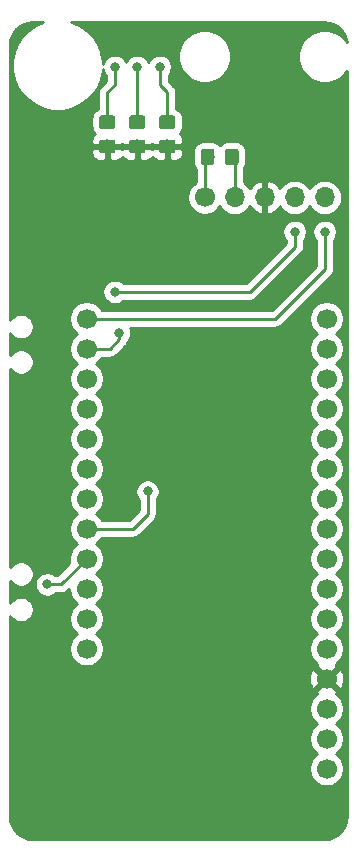
<source format=gbr>
G04 #@! TF.GenerationSoftware,KiCad,Pcbnew,(5.1.0-0)*
G04 #@! TF.CreationDate,2019-06-12T16:48:35+08:00*
G04 #@! TF.ProjectId,Palm,50616c6d-2e6b-4696-9361-645f70636258,V1.0*
G04 #@! TF.SameCoordinates,Original*
G04 #@! TF.FileFunction,Copper,L2,Bot*
G04 #@! TF.FilePolarity,Positive*
%FSLAX46Y46*%
G04 Gerber Fmt 4.6, Leading zero omitted, Abs format (unit mm)*
G04 Created by KiCad (PCBNEW (5.1.0-0)) date 2019-06-12 16:48:35*
%MOMM*%
%LPD*%
G04 APERTURE LIST*
%ADD10C,1.700000*%
%ADD11O,1.700000X1.700000*%
%ADD12C,0.100000*%
%ADD13C,1.150000*%
%ADD14C,0.800000*%
%ADD15C,0.700000*%
%ADD16C,0.250000*%
%ADD17C,0.254000*%
G04 APERTURE END LIST*
D10*
X157632400Y-89903300D03*
X157632400Y-94983300D03*
X157632400Y-92443300D03*
X157632400Y-112763300D03*
X157632400Y-105143300D03*
X137312400Y-102603300D03*
X137312400Y-97523300D03*
X157632400Y-77203300D03*
X137312400Y-82283300D03*
X157632400Y-82283300D03*
X137312400Y-94983300D03*
X137312400Y-79743300D03*
X157632400Y-87363300D03*
X137312400Y-84823300D03*
X157632400Y-110223300D03*
X137312400Y-100063300D03*
X157632400Y-100063300D03*
X157632400Y-79743300D03*
X137312400Y-105143300D03*
X157632400Y-102603300D03*
X157632400Y-115303300D03*
X157632400Y-97523300D03*
X137312400Y-87363300D03*
X157632400Y-107683300D03*
X137312400Y-89903300D03*
X137312400Y-92443300D03*
X137312400Y-77203300D03*
X157632400Y-84823300D03*
X147320000Y-66929000D03*
D11*
X149860000Y-66929000D03*
X152400000Y-66929000D03*
X157480000Y-66929000D03*
X154940000Y-66929000D03*
D12*
G36*
X139539505Y-62046204D02*
G01*
X139563773Y-62049804D01*
X139587572Y-62055765D01*
X139610671Y-62064030D01*
X139632850Y-62074520D01*
X139653893Y-62087132D01*
X139673599Y-62101747D01*
X139691777Y-62118223D01*
X139708253Y-62136401D01*
X139722868Y-62156107D01*
X139735480Y-62177150D01*
X139745970Y-62199329D01*
X139754235Y-62222428D01*
X139760196Y-62246227D01*
X139763796Y-62270495D01*
X139765000Y-62294999D01*
X139765000Y-62945001D01*
X139763796Y-62969505D01*
X139760196Y-62993773D01*
X139754235Y-63017572D01*
X139745970Y-63040671D01*
X139735480Y-63062850D01*
X139722868Y-63083893D01*
X139708253Y-63103599D01*
X139691777Y-63121777D01*
X139673599Y-63138253D01*
X139653893Y-63152868D01*
X139632850Y-63165480D01*
X139610671Y-63175970D01*
X139587572Y-63184235D01*
X139563773Y-63190196D01*
X139539505Y-63193796D01*
X139515001Y-63195000D01*
X138614999Y-63195000D01*
X138590495Y-63193796D01*
X138566227Y-63190196D01*
X138542428Y-63184235D01*
X138519329Y-63175970D01*
X138497150Y-63165480D01*
X138476107Y-63152868D01*
X138456401Y-63138253D01*
X138438223Y-63121777D01*
X138421747Y-63103599D01*
X138407132Y-63083893D01*
X138394520Y-63062850D01*
X138384030Y-63040671D01*
X138375765Y-63017572D01*
X138369804Y-62993773D01*
X138366204Y-62969505D01*
X138365000Y-62945001D01*
X138365000Y-62294999D01*
X138366204Y-62270495D01*
X138369804Y-62246227D01*
X138375765Y-62222428D01*
X138384030Y-62199329D01*
X138394520Y-62177150D01*
X138407132Y-62156107D01*
X138421747Y-62136401D01*
X138438223Y-62118223D01*
X138456401Y-62101747D01*
X138476107Y-62087132D01*
X138497150Y-62074520D01*
X138519329Y-62064030D01*
X138542428Y-62055765D01*
X138566227Y-62049804D01*
X138590495Y-62046204D01*
X138614999Y-62045000D01*
X139515001Y-62045000D01*
X139539505Y-62046204D01*
X139539505Y-62046204D01*
G37*
D13*
X139065000Y-62620000D03*
D12*
G36*
X139539505Y-59996204D02*
G01*
X139563773Y-59999804D01*
X139587572Y-60005765D01*
X139610671Y-60014030D01*
X139632850Y-60024520D01*
X139653893Y-60037132D01*
X139673599Y-60051747D01*
X139691777Y-60068223D01*
X139708253Y-60086401D01*
X139722868Y-60106107D01*
X139735480Y-60127150D01*
X139745970Y-60149329D01*
X139754235Y-60172428D01*
X139760196Y-60196227D01*
X139763796Y-60220495D01*
X139765000Y-60244999D01*
X139765000Y-60895001D01*
X139763796Y-60919505D01*
X139760196Y-60943773D01*
X139754235Y-60967572D01*
X139745970Y-60990671D01*
X139735480Y-61012850D01*
X139722868Y-61033893D01*
X139708253Y-61053599D01*
X139691777Y-61071777D01*
X139673599Y-61088253D01*
X139653893Y-61102868D01*
X139632850Y-61115480D01*
X139610671Y-61125970D01*
X139587572Y-61134235D01*
X139563773Y-61140196D01*
X139539505Y-61143796D01*
X139515001Y-61145000D01*
X138614999Y-61145000D01*
X138590495Y-61143796D01*
X138566227Y-61140196D01*
X138542428Y-61134235D01*
X138519329Y-61125970D01*
X138497150Y-61115480D01*
X138476107Y-61102868D01*
X138456401Y-61088253D01*
X138438223Y-61071777D01*
X138421747Y-61053599D01*
X138407132Y-61033893D01*
X138394520Y-61012850D01*
X138384030Y-60990671D01*
X138375765Y-60967572D01*
X138369804Y-60943773D01*
X138366204Y-60919505D01*
X138365000Y-60895001D01*
X138365000Y-60244999D01*
X138366204Y-60220495D01*
X138369804Y-60196227D01*
X138375765Y-60172428D01*
X138384030Y-60149329D01*
X138394520Y-60127150D01*
X138407132Y-60106107D01*
X138421747Y-60086401D01*
X138438223Y-60068223D01*
X138456401Y-60051747D01*
X138476107Y-60037132D01*
X138497150Y-60024520D01*
X138519329Y-60014030D01*
X138542428Y-60005765D01*
X138566227Y-59999804D01*
X138590495Y-59996204D01*
X138614999Y-59995000D01*
X139515001Y-59995000D01*
X139539505Y-59996204D01*
X139539505Y-59996204D01*
G37*
D13*
X139065000Y-60570000D03*
D12*
G36*
X142079505Y-62046204D02*
G01*
X142103773Y-62049804D01*
X142127572Y-62055765D01*
X142150671Y-62064030D01*
X142172850Y-62074520D01*
X142193893Y-62087132D01*
X142213599Y-62101747D01*
X142231777Y-62118223D01*
X142248253Y-62136401D01*
X142262868Y-62156107D01*
X142275480Y-62177150D01*
X142285970Y-62199329D01*
X142294235Y-62222428D01*
X142300196Y-62246227D01*
X142303796Y-62270495D01*
X142305000Y-62294999D01*
X142305000Y-62945001D01*
X142303796Y-62969505D01*
X142300196Y-62993773D01*
X142294235Y-63017572D01*
X142285970Y-63040671D01*
X142275480Y-63062850D01*
X142262868Y-63083893D01*
X142248253Y-63103599D01*
X142231777Y-63121777D01*
X142213599Y-63138253D01*
X142193893Y-63152868D01*
X142172850Y-63165480D01*
X142150671Y-63175970D01*
X142127572Y-63184235D01*
X142103773Y-63190196D01*
X142079505Y-63193796D01*
X142055001Y-63195000D01*
X141154999Y-63195000D01*
X141130495Y-63193796D01*
X141106227Y-63190196D01*
X141082428Y-63184235D01*
X141059329Y-63175970D01*
X141037150Y-63165480D01*
X141016107Y-63152868D01*
X140996401Y-63138253D01*
X140978223Y-63121777D01*
X140961747Y-63103599D01*
X140947132Y-63083893D01*
X140934520Y-63062850D01*
X140924030Y-63040671D01*
X140915765Y-63017572D01*
X140909804Y-62993773D01*
X140906204Y-62969505D01*
X140905000Y-62945001D01*
X140905000Y-62294999D01*
X140906204Y-62270495D01*
X140909804Y-62246227D01*
X140915765Y-62222428D01*
X140924030Y-62199329D01*
X140934520Y-62177150D01*
X140947132Y-62156107D01*
X140961747Y-62136401D01*
X140978223Y-62118223D01*
X140996401Y-62101747D01*
X141016107Y-62087132D01*
X141037150Y-62074520D01*
X141059329Y-62064030D01*
X141082428Y-62055765D01*
X141106227Y-62049804D01*
X141130495Y-62046204D01*
X141154999Y-62045000D01*
X142055001Y-62045000D01*
X142079505Y-62046204D01*
X142079505Y-62046204D01*
G37*
D13*
X141605000Y-62620000D03*
D12*
G36*
X142079505Y-59996204D02*
G01*
X142103773Y-59999804D01*
X142127572Y-60005765D01*
X142150671Y-60014030D01*
X142172850Y-60024520D01*
X142193893Y-60037132D01*
X142213599Y-60051747D01*
X142231777Y-60068223D01*
X142248253Y-60086401D01*
X142262868Y-60106107D01*
X142275480Y-60127150D01*
X142285970Y-60149329D01*
X142294235Y-60172428D01*
X142300196Y-60196227D01*
X142303796Y-60220495D01*
X142305000Y-60244999D01*
X142305000Y-60895001D01*
X142303796Y-60919505D01*
X142300196Y-60943773D01*
X142294235Y-60967572D01*
X142285970Y-60990671D01*
X142275480Y-61012850D01*
X142262868Y-61033893D01*
X142248253Y-61053599D01*
X142231777Y-61071777D01*
X142213599Y-61088253D01*
X142193893Y-61102868D01*
X142172850Y-61115480D01*
X142150671Y-61125970D01*
X142127572Y-61134235D01*
X142103773Y-61140196D01*
X142079505Y-61143796D01*
X142055001Y-61145000D01*
X141154999Y-61145000D01*
X141130495Y-61143796D01*
X141106227Y-61140196D01*
X141082428Y-61134235D01*
X141059329Y-61125970D01*
X141037150Y-61115480D01*
X141016107Y-61102868D01*
X140996401Y-61088253D01*
X140978223Y-61071777D01*
X140961747Y-61053599D01*
X140947132Y-61033893D01*
X140934520Y-61012850D01*
X140924030Y-60990671D01*
X140915765Y-60967572D01*
X140909804Y-60943773D01*
X140906204Y-60919505D01*
X140905000Y-60895001D01*
X140905000Y-60244999D01*
X140906204Y-60220495D01*
X140909804Y-60196227D01*
X140915765Y-60172428D01*
X140924030Y-60149329D01*
X140934520Y-60127150D01*
X140947132Y-60106107D01*
X140961747Y-60086401D01*
X140978223Y-60068223D01*
X140996401Y-60051747D01*
X141016107Y-60037132D01*
X141037150Y-60024520D01*
X141059329Y-60014030D01*
X141082428Y-60005765D01*
X141106227Y-59999804D01*
X141130495Y-59996204D01*
X141154999Y-59995000D01*
X142055001Y-59995000D01*
X142079505Y-59996204D01*
X142079505Y-59996204D01*
G37*
D13*
X141605000Y-60570000D03*
D12*
G36*
X144619505Y-62046204D02*
G01*
X144643773Y-62049804D01*
X144667572Y-62055765D01*
X144690671Y-62064030D01*
X144712850Y-62074520D01*
X144733893Y-62087132D01*
X144753599Y-62101747D01*
X144771777Y-62118223D01*
X144788253Y-62136401D01*
X144802868Y-62156107D01*
X144815480Y-62177150D01*
X144825970Y-62199329D01*
X144834235Y-62222428D01*
X144840196Y-62246227D01*
X144843796Y-62270495D01*
X144845000Y-62294999D01*
X144845000Y-62945001D01*
X144843796Y-62969505D01*
X144840196Y-62993773D01*
X144834235Y-63017572D01*
X144825970Y-63040671D01*
X144815480Y-63062850D01*
X144802868Y-63083893D01*
X144788253Y-63103599D01*
X144771777Y-63121777D01*
X144753599Y-63138253D01*
X144733893Y-63152868D01*
X144712850Y-63165480D01*
X144690671Y-63175970D01*
X144667572Y-63184235D01*
X144643773Y-63190196D01*
X144619505Y-63193796D01*
X144595001Y-63195000D01*
X143694999Y-63195000D01*
X143670495Y-63193796D01*
X143646227Y-63190196D01*
X143622428Y-63184235D01*
X143599329Y-63175970D01*
X143577150Y-63165480D01*
X143556107Y-63152868D01*
X143536401Y-63138253D01*
X143518223Y-63121777D01*
X143501747Y-63103599D01*
X143487132Y-63083893D01*
X143474520Y-63062850D01*
X143464030Y-63040671D01*
X143455765Y-63017572D01*
X143449804Y-62993773D01*
X143446204Y-62969505D01*
X143445000Y-62945001D01*
X143445000Y-62294999D01*
X143446204Y-62270495D01*
X143449804Y-62246227D01*
X143455765Y-62222428D01*
X143464030Y-62199329D01*
X143474520Y-62177150D01*
X143487132Y-62156107D01*
X143501747Y-62136401D01*
X143518223Y-62118223D01*
X143536401Y-62101747D01*
X143556107Y-62087132D01*
X143577150Y-62074520D01*
X143599329Y-62064030D01*
X143622428Y-62055765D01*
X143646227Y-62049804D01*
X143670495Y-62046204D01*
X143694999Y-62045000D01*
X144595001Y-62045000D01*
X144619505Y-62046204D01*
X144619505Y-62046204D01*
G37*
D13*
X144145000Y-62620000D03*
D12*
G36*
X144619505Y-59996204D02*
G01*
X144643773Y-59999804D01*
X144667572Y-60005765D01*
X144690671Y-60014030D01*
X144712850Y-60024520D01*
X144733893Y-60037132D01*
X144753599Y-60051747D01*
X144771777Y-60068223D01*
X144788253Y-60086401D01*
X144802868Y-60106107D01*
X144815480Y-60127150D01*
X144825970Y-60149329D01*
X144834235Y-60172428D01*
X144840196Y-60196227D01*
X144843796Y-60220495D01*
X144845000Y-60244999D01*
X144845000Y-60895001D01*
X144843796Y-60919505D01*
X144840196Y-60943773D01*
X144834235Y-60967572D01*
X144825970Y-60990671D01*
X144815480Y-61012850D01*
X144802868Y-61033893D01*
X144788253Y-61053599D01*
X144771777Y-61071777D01*
X144753599Y-61088253D01*
X144733893Y-61102868D01*
X144712850Y-61115480D01*
X144690671Y-61125970D01*
X144667572Y-61134235D01*
X144643773Y-61140196D01*
X144619505Y-61143796D01*
X144595001Y-61145000D01*
X143694999Y-61145000D01*
X143670495Y-61143796D01*
X143646227Y-61140196D01*
X143622428Y-61134235D01*
X143599329Y-61125970D01*
X143577150Y-61115480D01*
X143556107Y-61102868D01*
X143536401Y-61088253D01*
X143518223Y-61071777D01*
X143501747Y-61053599D01*
X143487132Y-61033893D01*
X143474520Y-61012850D01*
X143464030Y-60990671D01*
X143455765Y-60967572D01*
X143449804Y-60943773D01*
X143446204Y-60919505D01*
X143445000Y-60895001D01*
X143445000Y-60244999D01*
X143446204Y-60220495D01*
X143449804Y-60196227D01*
X143455765Y-60172428D01*
X143464030Y-60149329D01*
X143474520Y-60127150D01*
X143487132Y-60106107D01*
X143501747Y-60086401D01*
X143518223Y-60068223D01*
X143536401Y-60051747D01*
X143556107Y-60037132D01*
X143577150Y-60024520D01*
X143599329Y-60014030D01*
X143622428Y-60005765D01*
X143646227Y-59999804D01*
X143670495Y-59996204D01*
X143694999Y-59995000D01*
X144595001Y-59995000D01*
X144619505Y-59996204D01*
X144619505Y-59996204D01*
G37*
D13*
X144145000Y-60570000D03*
D12*
G36*
X147914505Y-62801204D02*
G01*
X147938773Y-62804804D01*
X147962572Y-62810765D01*
X147985671Y-62819030D01*
X148007850Y-62829520D01*
X148028893Y-62842132D01*
X148048599Y-62856747D01*
X148066777Y-62873223D01*
X148083253Y-62891401D01*
X148097868Y-62911107D01*
X148110480Y-62932150D01*
X148120970Y-62954329D01*
X148129235Y-62977428D01*
X148135196Y-63001227D01*
X148138796Y-63025495D01*
X148140000Y-63049999D01*
X148140000Y-63950001D01*
X148138796Y-63974505D01*
X148135196Y-63998773D01*
X148129235Y-64022572D01*
X148120970Y-64045671D01*
X148110480Y-64067850D01*
X148097868Y-64088893D01*
X148083253Y-64108599D01*
X148066777Y-64126777D01*
X148048599Y-64143253D01*
X148028893Y-64157868D01*
X148007850Y-64170480D01*
X147985671Y-64180970D01*
X147962572Y-64189235D01*
X147938773Y-64195196D01*
X147914505Y-64198796D01*
X147890001Y-64200000D01*
X147239999Y-64200000D01*
X147215495Y-64198796D01*
X147191227Y-64195196D01*
X147167428Y-64189235D01*
X147144329Y-64180970D01*
X147122150Y-64170480D01*
X147101107Y-64157868D01*
X147081401Y-64143253D01*
X147063223Y-64126777D01*
X147046747Y-64108599D01*
X147032132Y-64088893D01*
X147019520Y-64067850D01*
X147009030Y-64045671D01*
X147000765Y-64022572D01*
X146994804Y-63998773D01*
X146991204Y-63974505D01*
X146990000Y-63950001D01*
X146990000Y-63049999D01*
X146991204Y-63025495D01*
X146994804Y-63001227D01*
X147000765Y-62977428D01*
X147009030Y-62954329D01*
X147019520Y-62932150D01*
X147032132Y-62911107D01*
X147046747Y-62891401D01*
X147063223Y-62873223D01*
X147081401Y-62856747D01*
X147101107Y-62842132D01*
X147122150Y-62829520D01*
X147144329Y-62819030D01*
X147167428Y-62810765D01*
X147191227Y-62804804D01*
X147215495Y-62801204D01*
X147239999Y-62800000D01*
X147890001Y-62800000D01*
X147914505Y-62801204D01*
X147914505Y-62801204D01*
G37*
D13*
X147565000Y-63500000D03*
D12*
G36*
X149964505Y-62801204D02*
G01*
X149988773Y-62804804D01*
X150012572Y-62810765D01*
X150035671Y-62819030D01*
X150057850Y-62829520D01*
X150078893Y-62842132D01*
X150098599Y-62856747D01*
X150116777Y-62873223D01*
X150133253Y-62891401D01*
X150147868Y-62911107D01*
X150160480Y-62932150D01*
X150170970Y-62954329D01*
X150179235Y-62977428D01*
X150185196Y-63001227D01*
X150188796Y-63025495D01*
X150190000Y-63049999D01*
X150190000Y-63950001D01*
X150188796Y-63974505D01*
X150185196Y-63998773D01*
X150179235Y-64022572D01*
X150170970Y-64045671D01*
X150160480Y-64067850D01*
X150147868Y-64088893D01*
X150133253Y-64108599D01*
X150116777Y-64126777D01*
X150098599Y-64143253D01*
X150078893Y-64157868D01*
X150057850Y-64170480D01*
X150035671Y-64180970D01*
X150012572Y-64189235D01*
X149988773Y-64195196D01*
X149964505Y-64198796D01*
X149940001Y-64200000D01*
X149289999Y-64200000D01*
X149265495Y-64198796D01*
X149241227Y-64195196D01*
X149217428Y-64189235D01*
X149194329Y-64180970D01*
X149172150Y-64170480D01*
X149151107Y-64157868D01*
X149131401Y-64143253D01*
X149113223Y-64126777D01*
X149096747Y-64108599D01*
X149082132Y-64088893D01*
X149069520Y-64067850D01*
X149059030Y-64045671D01*
X149050765Y-64022572D01*
X149044804Y-63998773D01*
X149041204Y-63974505D01*
X149040000Y-63950001D01*
X149040000Y-63049999D01*
X149041204Y-63025495D01*
X149044804Y-63001227D01*
X149050765Y-62977428D01*
X149059030Y-62954329D01*
X149069520Y-62932150D01*
X149082132Y-62911107D01*
X149096747Y-62891401D01*
X149113223Y-62873223D01*
X149131401Y-62856747D01*
X149151107Y-62842132D01*
X149172150Y-62829520D01*
X149194329Y-62819030D01*
X149217428Y-62810765D01*
X149241227Y-62804804D01*
X149265495Y-62801204D01*
X149289999Y-62800000D01*
X149940001Y-62800000D01*
X149964505Y-62801204D01*
X149964505Y-62801204D01*
G37*
D13*
X149615000Y-63500000D03*
D14*
X141605000Y-55880000D03*
X143510000Y-55880000D03*
D15*
X134620000Y-104140000D03*
X141605000Y-66675000D03*
D14*
X142478720Y-91836280D03*
X139700000Y-55880000D03*
X133985000Y-99695000D03*
X154940000Y-69850000D03*
X140076760Y-78389480D03*
X139700000Y-74930000D03*
X157480000Y-69850000D03*
D16*
X141605000Y-55880000D02*
X141605000Y-58030000D01*
X141605000Y-58030000D02*
X141605000Y-60570000D01*
X143510000Y-57395000D02*
X144145000Y-58030000D01*
X143510000Y-55880000D02*
X143510000Y-57395000D01*
X144145000Y-58030000D02*
X144145000Y-60570000D01*
X147320000Y-63745000D02*
X147565000Y-63500000D01*
X147320000Y-66929000D02*
X147320000Y-63745000D01*
X137312400Y-94983300D02*
X141236700Y-94983300D01*
X142478720Y-93741280D02*
X142478720Y-91836280D01*
X141236700Y-94983300D02*
X142478720Y-93741280D01*
X139700000Y-57395000D02*
X139065000Y-58030000D01*
X139700000Y-55880000D02*
X139700000Y-57395000D01*
X139065000Y-58030000D02*
X139065000Y-60570000D01*
X135140700Y-99695000D02*
X137312400Y-97523300D01*
X133985000Y-99695000D02*
X135140700Y-99695000D01*
X139288625Y-79743300D02*
X138514481Y-79743300D01*
X140076760Y-78955165D02*
X139288625Y-79743300D01*
X138514481Y-79743300D02*
X137312400Y-79743300D01*
X140076760Y-78389480D02*
X140076760Y-78955165D01*
X154940000Y-69850000D02*
X154940000Y-71120000D01*
X154940000Y-71120000D02*
X151130000Y-74930000D01*
X151130000Y-74930000D02*
X139700000Y-74930000D01*
X157480000Y-69850000D02*
X157480000Y-73025000D01*
X157480000Y-73025000D02*
X153301700Y-77203300D01*
X153301700Y-77203300D02*
X137312400Y-77203300D01*
X149860000Y-63745000D02*
X149615000Y-63500000D01*
X149860000Y-66929000D02*
X149860000Y-63745000D01*
D17*
G36*
X133032046Y-52354467D02*
G01*
X132403930Y-52774161D01*
X131869761Y-53308330D01*
X131450067Y-53936446D01*
X131160977Y-54634372D01*
X131013600Y-55375285D01*
X131013600Y-56130715D01*
X131160977Y-56871628D01*
X131450067Y-57569554D01*
X131869761Y-58197670D01*
X132403930Y-58731839D01*
X133032046Y-59151533D01*
X133729972Y-59440623D01*
X134470885Y-59588000D01*
X135226315Y-59588000D01*
X135967228Y-59440623D01*
X136665154Y-59151533D01*
X137293270Y-58731839D01*
X137827439Y-58197670D01*
X138247133Y-57569554D01*
X138536223Y-56871628D01*
X138683600Y-56130715D01*
X138683600Y-56075448D01*
X138704774Y-56181898D01*
X138782795Y-56370256D01*
X138896063Y-56539774D01*
X138940000Y-56583711D01*
X138940001Y-57080198D01*
X138554002Y-57466197D01*
X138524999Y-57489999D01*
X138469871Y-57557174D01*
X138430026Y-57605724D01*
X138386451Y-57687246D01*
X138359454Y-57737754D01*
X138315997Y-57881015D01*
X138305000Y-57992668D01*
X138305000Y-57992678D01*
X138301324Y-58030000D01*
X138305000Y-58067323D01*
X138305001Y-59415473D01*
X138275149Y-59424528D01*
X138121613Y-59506595D01*
X137987038Y-59617038D01*
X137876595Y-59751613D01*
X137794528Y-59905149D01*
X137743992Y-60071745D01*
X137726928Y-60244999D01*
X137726928Y-60895001D01*
X137743992Y-61068255D01*
X137794528Y-61234851D01*
X137876595Y-61388387D01*
X137987038Y-61522962D01*
X137993594Y-61528342D01*
X137913815Y-61593815D01*
X137834463Y-61690506D01*
X137775498Y-61800820D01*
X137739188Y-61920518D01*
X137726928Y-62045000D01*
X137730000Y-62334250D01*
X137888750Y-62493000D01*
X138938000Y-62493000D01*
X138938000Y-62473000D01*
X139192000Y-62473000D01*
X139192000Y-62493000D01*
X140241250Y-62493000D01*
X140335000Y-62399250D01*
X140428750Y-62493000D01*
X141478000Y-62493000D01*
X141478000Y-62473000D01*
X141732000Y-62473000D01*
X141732000Y-62493000D01*
X142781250Y-62493000D01*
X142875000Y-62399250D01*
X142968750Y-62493000D01*
X144018000Y-62493000D01*
X144018000Y-62473000D01*
X144272000Y-62473000D01*
X144272000Y-62493000D01*
X145321250Y-62493000D01*
X145480000Y-62334250D01*
X145483072Y-62045000D01*
X145470812Y-61920518D01*
X145434502Y-61800820D01*
X145375537Y-61690506D01*
X145296185Y-61593815D01*
X145216406Y-61528342D01*
X145222962Y-61522962D01*
X145333405Y-61388387D01*
X145415472Y-61234851D01*
X145466008Y-61068255D01*
X145483072Y-60895001D01*
X145483072Y-60244999D01*
X145466008Y-60071745D01*
X145415472Y-59905149D01*
X145333405Y-59751613D01*
X145222962Y-59617038D01*
X145088387Y-59506595D01*
X144934851Y-59424528D01*
X144905000Y-59415473D01*
X144905000Y-58067333D01*
X144908677Y-58030000D01*
X144894003Y-57881014D01*
X144850546Y-57737753D01*
X144779974Y-57605724D01*
X144708799Y-57518997D01*
X144685001Y-57489999D01*
X144656004Y-57466202D01*
X144270000Y-57080199D01*
X144270000Y-56583711D01*
X144313937Y-56539774D01*
X144427205Y-56370256D01*
X144505226Y-56181898D01*
X144545000Y-55981939D01*
X144545000Y-55778061D01*
X144505226Y-55578102D01*
X144427205Y-55389744D01*
X144313937Y-55220226D01*
X144169774Y-55076063D01*
X144000256Y-54962795D01*
X143811898Y-54884774D01*
X143611939Y-54845000D01*
X143408061Y-54845000D01*
X143208102Y-54884774D01*
X143019744Y-54962795D01*
X142850226Y-55076063D01*
X142706063Y-55220226D01*
X142592795Y-55389744D01*
X142557500Y-55474953D01*
X142522205Y-55389744D01*
X142408937Y-55220226D01*
X142264774Y-55076063D01*
X142095256Y-54962795D01*
X141906898Y-54884774D01*
X141706939Y-54845000D01*
X141503061Y-54845000D01*
X141303102Y-54884774D01*
X141114744Y-54962795D01*
X140945226Y-55076063D01*
X140801063Y-55220226D01*
X140687795Y-55389744D01*
X140652500Y-55474953D01*
X140617205Y-55389744D01*
X140503937Y-55220226D01*
X140359774Y-55076063D01*
X140190256Y-54962795D01*
X140001898Y-54884774D01*
X139801939Y-54845000D01*
X139598061Y-54845000D01*
X139398102Y-54884774D01*
X139209744Y-54962795D01*
X139040226Y-55076063D01*
X138896063Y-55220226D01*
X138782795Y-55389744D01*
X138704774Y-55578102D01*
X138683600Y-55684552D01*
X138683600Y-55375285D01*
X138563375Y-54770872D01*
X145085000Y-54770872D01*
X145085000Y-55211128D01*
X145170890Y-55642925D01*
X145339369Y-56049669D01*
X145583962Y-56415729D01*
X145895271Y-56727038D01*
X146261331Y-56971631D01*
X146668075Y-57140110D01*
X147099872Y-57226000D01*
X147540128Y-57226000D01*
X147971925Y-57140110D01*
X148378669Y-56971631D01*
X148744729Y-56727038D01*
X149056038Y-56415729D01*
X149300631Y-56049669D01*
X149469110Y-55642925D01*
X149555000Y-55211128D01*
X149555000Y-54770872D01*
X149469110Y-54339075D01*
X149300631Y-53932331D01*
X149056038Y-53566271D01*
X148744729Y-53254962D01*
X148378669Y-53010369D01*
X147971925Y-52841890D01*
X147540128Y-52756000D01*
X147099872Y-52756000D01*
X146668075Y-52841890D01*
X146261331Y-53010369D01*
X145895271Y-53254962D01*
X145583962Y-53566271D01*
X145339369Y-53932331D01*
X145170890Y-54339075D01*
X145085000Y-54770872D01*
X138563375Y-54770872D01*
X138536223Y-54634372D01*
X138247133Y-53936446D01*
X137827439Y-53308330D01*
X137293270Y-52774161D01*
X136665154Y-52354467D01*
X136038744Y-52095000D01*
X157447721Y-52095000D01*
X157844545Y-52133909D01*
X158195208Y-52239780D01*
X158518625Y-52411744D01*
X158802484Y-52643254D01*
X159035965Y-52925486D01*
X159210183Y-53247695D01*
X159318502Y-53597614D01*
X159333719Y-53742393D01*
X159216038Y-53566271D01*
X158904729Y-53254962D01*
X158538669Y-53010369D01*
X158131925Y-52841890D01*
X157700128Y-52756000D01*
X157259872Y-52756000D01*
X156828075Y-52841890D01*
X156421331Y-53010369D01*
X156055271Y-53254962D01*
X155743962Y-53566271D01*
X155499369Y-53932331D01*
X155330890Y-54339075D01*
X155245000Y-54770872D01*
X155245000Y-55211128D01*
X155330890Y-55642925D01*
X155499369Y-56049669D01*
X155743962Y-56415729D01*
X156055271Y-56727038D01*
X156421331Y-56971631D01*
X156828075Y-57140110D01*
X157259872Y-57226000D01*
X157700128Y-57226000D01*
X158131925Y-57140110D01*
X158538669Y-56971631D01*
X158904729Y-56727038D01*
X159216038Y-56415729D01*
X159360001Y-56200273D01*
X159360000Y-119347721D01*
X159321091Y-119744545D01*
X159215220Y-120095206D01*
X159043257Y-120418623D01*
X158811748Y-120702482D01*
X158529514Y-120935965D01*
X158207304Y-121110184D01*
X157857385Y-121218502D01*
X157462557Y-121260000D01*
X132747279Y-121260000D01*
X132350455Y-121221091D01*
X131999794Y-121115220D01*
X131676377Y-120943257D01*
X131392518Y-120711748D01*
X131159035Y-120429514D01*
X130984816Y-120107304D01*
X130876498Y-119757385D01*
X130835000Y-119362557D01*
X130835000Y-110077040D01*
X156147400Y-110077040D01*
X156147400Y-110369560D01*
X156204468Y-110656458D01*
X156316410Y-110926711D01*
X156478925Y-111169932D01*
X156685768Y-111376775D01*
X156860160Y-111493300D01*
X156685768Y-111609825D01*
X156478925Y-111816668D01*
X156316410Y-112059889D01*
X156204468Y-112330142D01*
X156147400Y-112617040D01*
X156147400Y-112909560D01*
X156204468Y-113196458D01*
X156316410Y-113466711D01*
X156478925Y-113709932D01*
X156685768Y-113916775D01*
X156860160Y-114033300D01*
X156685768Y-114149825D01*
X156478925Y-114356668D01*
X156316410Y-114599889D01*
X156204468Y-114870142D01*
X156147400Y-115157040D01*
X156147400Y-115449560D01*
X156204468Y-115736458D01*
X156316410Y-116006711D01*
X156478925Y-116249932D01*
X156685768Y-116456775D01*
X156928989Y-116619290D01*
X157199242Y-116731232D01*
X157486140Y-116788300D01*
X157778660Y-116788300D01*
X158065558Y-116731232D01*
X158335811Y-116619290D01*
X158579032Y-116456775D01*
X158785875Y-116249932D01*
X158948390Y-116006711D01*
X159060332Y-115736458D01*
X159117400Y-115449560D01*
X159117400Y-115157040D01*
X159060332Y-114870142D01*
X158948390Y-114599889D01*
X158785875Y-114356668D01*
X158579032Y-114149825D01*
X158404640Y-114033300D01*
X158579032Y-113916775D01*
X158785875Y-113709932D01*
X158948390Y-113466711D01*
X159060332Y-113196458D01*
X159117400Y-112909560D01*
X159117400Y-112617040D01*
X159060332Y-112330142D01*
X158948390Y-112059889D01*
X158785875Y-111816668D01*
X158579032Y-111609825D01*
X158404640Y-111493300D01*
X158579032Y-111376775D01*
X158785875Y-111169932D01*
X158948390Y-110926711D01*
X159060332Y-110656458D01*
X159117400Y-110369560D01*
X159117400Y-110077040D01*
X159060332Y-109790142D01*
X158948390Y-109519889D01*
X158785875Y-109276668D01*
X158579032Y-109069825D01*
X158405671Y-108953989D01*
X158481192Y-108711697D01*
X157632400Y-107862905D01*
X156783608Y-108711697D01*
X156859129Y-108953989D01*
X156685768Y-109069825D01*
X156478925Y-109276668D01*
X156316410Y-109519889D01*
X156204468Y-109790142D01*
X156147400Y-110077040D01*
X130835000Y-110077040D01*
X130835000Y-107751831D01*
X156141789Y-107751831D01*
X156183801Y-108041319D01*
X156281481Y-108317047D01*
X156354928Y-108454457D01*
X156604003Y-108532092D01*
X157452795Y-107683300D01*
X157812005Y-107683300D01*
X158660797Y-108532092D01*
X158909872Y-108454457D01*
X159035771Y-108190417D01*
X159107739Y-107906889D01*
X159123011Y-107614769D01*
X159080999Y-107325281D01*
X158983319Y-107049553D01*
X158909872Y-106912143D01*
X158660797Y-106834508D01*
X157812005Y-107683300D01*
X157452795Y-107683300D01*
X156604003Y-106834508D01*
X156354928Y-106912143D01*
X156229029Y-107176183D01*
X156157061Y-107459711D01*
X156141789Y-107751831D01*
X130835000Y-107751831D01*
X130835000Y-102413555D01*
X130907225Y-102521647D01*
X131058353Y-102672775D01*
X131236060Y-102791515D01*
X131433517Y-102873304D01*
X131643137Y-102915000D01*
X131856863Y-102915000D01*
X132066483Y-102873304D01*
X132263940Y-102791515D01*
X132441647Y-102672775D01*
X132592775Y-102521647D01*
X132711515Y-102343940D01*
X132793304Y-102146483D01*
X132835000Y-101936863D01*
X132835000Y-101723137D01*
X132793304Y-101513517D01*
X132711515Y-101316060D01*
X132592775Y-101138353D01*
X132441647Y-100987225D01*
X132263940Y-100868485D01*
X132066483Y-100786696D01*
X131856863Y-100745000D01*
X131643137Y-100745000D01*
X131433517Y-100786696D01*
X131236060Y-100868485D01*
X131058353Y-100987225D01*
X130907225Y-101138353D01*
X130835000Y-101246445D01*
X130835000Y-99413555D01*
X130907225Y-99521647D01*
X131058353Y-99672775D01*
X131236060Y-99791515D01*
X131433517Y-99873304D01*
X131643137Y-99915000D01*
X131856863Y-99915000D01*
X132066483Y-99873304D01*
X132263940Y-99791515D01*
X132441647Y-99672775D01*
X132521361Y-99593061D01*
X132950000Y-99593061D01*
X132950000Y-99796939D01*
X132989774Y-99996898D01*
X133067795Y-100185256D01*
X133181063Y-100354774D01*
X133325226Y-100498937D01*
X133494744Y-100612205D01*
X133683102Y-100690226D01*
X133883061Y-100730000D01*
X134086939Y-100730000D01*
X134286898Y-100690226D01*
X134475256Y-100612205D01*
X134644774Y-100498937D01*
X134688711Y-100455000D01*
X135103378Y-100455000D01*
X135140700Y-100458676D01*
X135178022Y-100455000D01*
X135178033Y-100455000D01*
X135289686Y-100444003D01*
X135432947Y-100400546D01*
X135564976Y-100329974D01*
X135680701Y-100235001D01*
X135704504Y-100205997D01*
X135827400Y-100083101D01*
X135827400Y-100209560D01*
X135884468Y-100496458D01*
X135996410Y-100766711D01*
X136158925Y-101009932D01*
X136365768Y-101216775D01*
X136540160Y-101333300D01*
X136365768Y-101449825D01*
X136158925Y-101656668D01*
X135996410Y-101899889D01*
X135884468Y-102170142D01*
X135827400Y-102457040D01*
X135827400Y-102749560D01*
X135884468Y-103036458D01*
X135996410Y-103306711D01*
X136158925Y-103549932D01*
X136365768Y-103756775D01*
X136540160Y-103873300D01*
X136365768Y-103989825D01*
X136158925Y-104196668D01*
X135996410Y-104439889D01*
X135884468Y-104710142D01*
X135827400Y-104997040D01*
X135827400Y-105289560D01*
X135884468Y-105576458D01*
X135996410Y-105846711D01*
X136158925Y-106089932D01*
X136365768Y-106296775D01*
X136608989Y-106459290D01*
X136879242Y-106571232D01*
X137166140Y-106628300D01*
X137458660Y-106628300D01*
X137745558Y-106571232D01*
X138015811Y-106459290D01*
X138259032Y-106296775D01*
X138465875Y-106089932D01*
X138628390Y-105846711D01*
X138740332Y-105576458D01*
X138797400Y-105289560D01*
X138797400Y-104997040D01*
X138740332Y-104710142D01*
X138628390Y-104439889D01*
X138465875Y-104196668D01*
X138259032Y-103989825D01*
X138084640Y-103873300D01*
X138259032Y-103756775D01*
X138465875Y-103549932D01*
X138628390Y-103306711D01*
X138740332Y-103036458D01*
X138797400Y-102749560D01*
X138797400Y-102457040D01*
X138740332Y-102170142D01*
X138628390Y-101899889D01*
X138465875Y-101656668D01*
X138259032Y-101449825D01*
X138084640Y-101333300D01*
X138259032Y-101216775D01*
X138465875Y-101009932D01*
X138628390Y-100766711D01*
X138740332Y-100496458D01*
X138797400Y-100209560D01*
X138797400Y-99917040D01*
X138740332Y-99630142D01*
X138628390Y-99359889D01*
X138465875Y-99116668D01*
X138259032Y-98909825D01*
X138084640Y-98793300D01*
X138259032Y-98676775D01*
X138465875Y-98469932D01*
X138628390Y-98226711D01*
X138740332Y-97956458D01*
X138797400Y-97669560D01*
X138797400Y-97377040D01*
X138740332Y-97090142D01*
X138628390Y-96819889D01*
X138465875Y-96576668D01*
X138259032Y-96369825D01*
X138084640Y-96253300D01*
X138259032Y-96136775D01*
X138465875Y-95929932D01*
X138590578Y-95743300D01*
X141199378Y-95743300D01*
X141236700Y-95746976D01*
X141274022Y-95743300D01*
X141274033Y-95743300D01*
X141385686Y-95732303D01*
X141528947Y-95688846D01*
X141660976Y-95618274D01*
X141776701Y-95523301D01*
X141800504Y-95494297D01*
X142989724Y-94305078D01*
X143018721Y-94281281D01*
X143113694Y-94165556D01*
X143184266Y-94033527D01*
X143227723Y-93890266D01*
X143238720Y-93778613D01*
X143238720Y-93778612D01*
X143242397Y-93741280D01*
X143238720Y-93703947D01*
X143238720Y-92539991D01*
X143282657Y-92496054D01*
X143395925Y-92326536D01*
X143473946Y-92138178D01*
X143513720Y-91938219D01*
X143513720Y-91734341D01*
X143473946Y-91534382D01*
X143395925Y-91346024D01*
X143282657Y-91176506D01*
X143138494Y-91032343D01*
X142968976Y-90919075D01*
X142780618Y-90841054D01*
X142580659Y-90801280D01*
X142376781Y-90801280D01*
X142176822Y-90841054D01*
X141988464Y-90919075D01*
X141818946Y-91032343D01*
X141674783Y-91176506D01*
X141561515Y-91346024D01*
X141483494Y-91534382D01*
X141443720Y-91734341D01*
X141443720Y-91938219D01*
X141483494Y-92138178D01*
X141561515Y-92326536D01*
X141674783Y-92496054D01*
X141718721Y-92539992D01*
X141718720Y-93426478D01*
X140921899Y-94223300D01*
X138590578Y-94223300D01*
X138465875Y-94036668D01*
X138259032Y-93829825D01*
X138084640Y-93713300D01*
X138259032Y-93596775D01*
X138465875Y-93389932D01*
X138628390Y-93146711D01*
X138740332Y-92876458D01*
X138797400Y-92589560D01*
X138797400Y-92297040D01*
X138740332Y-92010142D01*
X138628390Y-91739889D01*
X138465875Y-91496668D01*
X138259032Y-91289825D01*
X138084640Y-91173300D01*
X138259032Y-91056775D01*
X138465875Y-90849932D01*
X138628390Y-90606711D01*
X138740332Y-90336458D01*
X138797400Y-90049560D01*
X138797400Y-89757040D01*
X138740332Y-89470142D01*
X138628390Y-89199889D01*
X138465875Y-88956668D01*
X138259032Y-88749825D01*
X138084640Y-88633300D01*
X138259032Y-88516775D01*
X138465875Y-88309932D01*
X138628390Y-88066711D01*
X138740332Y-87796458D01*
X138797400Y-87509560D01*
X138797400Y-87217040D01*
X138740332Y-86930142D01*
X138628390Y-86659889D01*
X138465875Y-86416668D01*
X138259032Y-86209825D01*
X138084640Y-86093300D01*
X138259032Y-85976775D01*
X138465875Y-85769932D01*
X138628390Y-85526711D01*
X138740332Y-85256458D01*
X138797400Y-84969560D01*
X138797400Y-84677040D01*
X138740332Y-84390142D01*
X138628390Y-84119889D01*
X138465875Y-83876668D01*
X138259032Y-83669825D01*
X138084640Y-83553300D01*
X138259032Y-83436775D01*
X138465875Y-83229932D01*
X138628390Y-82986711D01*
X138740332Y-82716458D01*
X138797400Y-82429560D01*
X138797400Y-82137040D01*
X138740332Y-81850142D01*
X138628390Y-81579889D01*
X138465875Y-81336668D01*
X138259032Y-81129825D01*
X138084640Y-81013300D01*
X138259032Y-80896775D01*
X138465875Y-80689932D01*
X138590578Y-80503300D01*
X139251303Y-80503300D01*
X139288625Y-80506976D01*
X139325947Y-80503300D01*
X139325958Y-80503300D01*
X139437611Y-80492303D01*
X139580872Y-80448846D01*
X139712901Y-80378274D01*
X139828626Y-80283301D01*
X139852428Y-80254298D01*
X140587762Y-79518964D01*
X140616761Y-79495166D01*
X140711734Y-79379441D01*
X140782306Y-79247412D01*
X140825747Y-79104204D01*
X140880697Y-79049254D01*
X140993965Y-78879736D01*
X141071986Y-78691378D01*
X141111760Y-78491419D01*
X141111760Y-78287541D01*
X141071986Y-78087582D01*
X141020506Y-77963300D01*
X153264378Y-77963300D01*
X153301700Y-77966976D01*
X153339022Y-77963300D01*
X153339033Y-77963300D01*
X153450686Y-77952303D01*
X153593947Y-77908846D01*
X153725976Y-77838274D01*
X153841701Y-77743301D01*
X153865504Y-77714297D01*
X154522761Y-77057040D01*
X156147400Y-77057040D01*
X156147400Y-77349560D01*
X156204468Y-77636458D01*
X156316410Y-77906711D01*
X156478925Y-78149932D01*
X156685768Y-78356775D01*
X156860160Y-78473300D01*
X156685768Y-78589825D01*
X156478925Y-78796668D01*
X156316410Y-79039889D01*
X156204468Y-79310142D01*
X156147400Y-79597040D01*
X156147400Y-79889560D01*
X156204468Y-80176458D01*
X156316410Y-80446711D01*
X156478925Y-80689932D01*
X156685768Y-80896775D01*
X156860160Y-81013300D01*
X156685768Y-81129825D01*
X156478925Y-81336668D01*
X156316410Y-81579889D01*
X156204468Y-81850142D01*
X156147400Y-82137040D01*
X156147400Y-82429560D01*
X156204468Y-82716458D01*
X156316410Y-82986711D01*
X156478925Y-83229932D01*
X156685768Y-83436775D01*
X156860160Y-83553300D01*
X156685768Y-83669825D01*
X156478925Y-83876668D01*
X156316410Y-84119889D01*
X156204468Y-84390142D01*
X156147400Y-84677040D01*
X156147400Y-84969560D01*
X156204468Y-85256458D01*
X156316410Y-85526711D01*
X156478925Y-85769932D01*
X156685768Y-85976775D01*
X156860160Y-86093300D01*
X156685768Y-86209825D01*
X156478925Y-86416668D01*
X156316410Y-86659889D01*
X156204468Y-86930142D01*
X156147400Y-87217040D01*
X156147400Y-87509560D01*
X156204468Y-87796458D01*
X156316410Y-88066711D01*
X156478925Y-88309932D01*
X156685768Y-88516775D01*
X156860160Y-88633300D01*
X156685768Y-88749825D01*
X156478925Y-88956668D01*
X156316410Y-89199889D01*
X156204468Y-89470142D01*
X156147400Y-89757040D01*
X156147400Y-90049560D01*
X156204468Y-90336458D01*
X156316410Y-90606711D01*
X156478925Y-90849932D01*
X156685768Y-91056775D01*
X156860160Y-91173300D01*
X156685768Y-91289825D01*
X156478925Y-91496668D01*
X156316410Y-91739889D01*
X156204468Y-92010142D01*
X156147400Y-92297040D01*
X156147400Y-92589560D01*
X156204468Y-92876458D01*
X156316410Y-93146711D01*
X156478925Y-93389932D01*
X156685768Y-93596775D01*
X156860160Y-93713300D01*
X156685768Y-93829825D01*
X156478925Y-94036668D01*
X156316410Y-94279889D01*
X156204468Y-94550142D01*
X156147400Y-94837040D01*
X156147400Y-95129560D01*
X156204468Y-95416458D01*
X156316410Y-95686711D01*
X156478925Y-95929932D01*
X156685768Y-96136775D01*
X156860160Y-96253300D01*
X156685768Y-96369825D01*
X156478925Y-96576668D01*
X156316410Y-96819889D01*
X156204468Y-97090142D01*
X156147400Y-97377040D01*
X156147400Y-97669560D01*
X156204468Y-97956458D01*
X156316410Y-98226711D01*
X156478925Y-98469932D01*
X156685768Y-98676775D01*
X156860160Y-98793300D01*
X156685768Y-98909825D01*
X156478925Y-99116668D01*
X156316410Y-99359889D01*
X156204468Y-99630142D01*
X156147400Y-99917040D01*
X156147400Y-100209560D01*
X156204468Y-100496458D01*
X156316410Y-100766711D01*
X156478925Y-101009932D01*
X156685768Y-101216775D01*
X156860160Y-101333300D01*
X156685768Y-101449825D01*
X156478925Y-101656668D01*
X156316410Y-101899889D01*
X156204468Y-102170142D01*
X156147400Y-102457040D01*
X156147400Y-102749560D01*
X156204468Y-103036458D01*
X156316410Y-103306711D01*
X156478925Y-103549932D01*
X156685768Y-103756775D01*
X156860160Y-103873300D01*
X156685768Y-103989825D01*
X156478925Y-104196668D01*
X156316410Y-104439889D01*
X156204468Y-104710142D01*
X156147400Y-104997040D01*
X156147400Y-105289560D01*
X156204468Y-105576458D01*
X156316410Y-105846711D01*
X156478925Y-106089932D01*
X156685768Y-106296775D01*
X156859129Y-106412611D01*
X156783608Y-106654903D01*
X157632400Y-107503695D01*
X158481192Y-106654903D01*
X158405671Y-106412611D01*
X158579032Y-106296775D01*
X158785875Y-106089932D01*
X158948390Y-105846711D01*
X159060332Y-105576458D01*
X159117400Y-105289560D01*
X159117400Y-104997040D01*
X159060332Y-104710142D01*
X158948390Y-104439889D01*
X158785875Y-104196668D01*
X158579032Y-103989825D01*
X158404640Y-103873300D01*
X158579032Y-103756775D01*
X158785875Y-103549932D01*
X158948390Y-103306711D01*
X159060332Y-103036458D01*
X159117400Y-102749560D01*
X159117400Y-102457040D01*
X159060332Y-102170142D01*
X158948390Y-101899889D01*
X158785875Y-101656668D01*
X158579032Y-101449825D01*
X158404640Y-101333300D01*
X158579032Y-101216775D01*
X158785875Y-101009932D01*
X158948390Y-100766711D01*
X159060332Y-100496458D01*
X159117400Y-100209560D01*
X159117400Y-99917040D01*
X159060332Y-99630142D01*
X158948390Y-99359889D01*
X158785875Y-99116668D01*
X158579032Y-98909825D01*
X158404640Y-98793300D01*
X158579032Y-98676775D01*
X158785875Y-98469932D01*
X158948390Y-98226711D01*
X159060332Y-97956458D01*
X159117400Y-97669560D01*
X159117400Y-97377040D01*
X159060332Y-97090142D01*
X158948390Y-96819889D01*
X158785875Y-96576668D01*
X158579032Y-96369825D01*
X158404640Y-96253300D01*
X158579032Y-96136775D01*
X158785875Y-95929932D01*
X158948390Y-95686711D01*
X159060332Y-95416458D01*
X159117400Y-95129560D01*
X159117400Y-94837040D01*
X159060332Y-94550142D01*
X158948390Y-94279889D01*
X158785875Y-94036668D01*
X158579032Y-93829825D01*
X158404640Y-93713300D01*
X158579032Y-93596775D01*
X158785875Y-93389932D01*
X158948390Y-93146711D01*
X159060332Y-92876458D01*
X159117400Y-92589560D01*
X159117400Y-92297040D01*
X159060332Y-92010142D01*
X158948390Y-91739889D01*
X158785875Y-91496668D01*
X158579032Y-91289825D01*
X158404640Y-91173300D01*
X158579032Y-91056775D01*
X158785875Y-90849932D01*
X158948390Y-90606711D01*
X159060332Y-90336458D01*
X159117400Y-90049560D01*
X159117400Y-89757040D01*
X159060332Y-89470142D01*
X158948390Y-89199889D01*
X158785875Y-88956668D01*
X158579032Y-88749825D01*
X158404640Y-88633300D01*
X158579032Y-88516775D01*
X158785875Y-88309932D01*
X158948390Y-88066711D01*
X159060332Y-87796458D01*
X159117400Y-87509560D01*
X159117400Y-87217040D01*
X159060332Y-86930142D01*
X158948390Y-86659889D01*
X158785875Y-86416668D01*
X158579032Y-86209825D01*
X158404640Y-86093300D01*
X158579032Y-85976775D01*
X158785875Y-85769932D01*
X158948390Y-85526711D01*
X159060332Y-85256458D01*
X159117400Y-84969560D01*
X159117400Y-84677040D01*
X159060332Y-84390142D01*
X158948390Y-84119889D01*
X158785875Y-83876668D01*
X158579032Y-83669825D01*
X158404640Y-83553300D01*
X158579032Y-83436775D01*
X158785875Y-83229932D01*
X158948390Y-82986711D01*
X159060332Y-82716458D01*
X159117400Y-82429560D01*
X159117400Y-82137040D01*
X159060332Y-81850142D01*
X158948390Y-81579889D01*
X158785875Y-81336668D01*
X158579032Y-81129825D01*
X158404640Y-81013300D01*
X158579032Y-80896775D01*
X158785875Y-80689932D01*
X158948390Y-80446711D01*
X159060332Y-80176458D01*
X159117400Y-79889560D01*
X159117400Y-79597040D01*
X159060332Y-79310142D01*
X158948390Y-79039889D01*
X158785875Y-78796668D01*
X158579032Y-78589825D01*
X158404640Y-78473300D01*
X158579032Y-78356775D01*
X158785875Y-78149932D01*
X158948390Y-77906711D01*
X159060332Y-77636458D01*
X159117400Y-77349560D01*
X159117400Y-77057040D01*
X159060332Y-76770142D01*
X158948390Y-76499889D01*
X158785875Y-76256668D01*
X158579032Y-76049825D01*
X158335811Y-75887310D01*
X158065558Y-75775368D01*
X157778660Y-75718300D01*
X157486140Y-75718300D01*
X157199242Y-75775368D01*
X156928989Y-75887310D01*
X156685768Y-76049825D01*
X156478925Y-76256668D01*
X156316410Y-76499889D01*
X156204468Y-76770142D01*
X156147400Y-77057040D01*
X154522761Y-77057040D01*
X157991003Y-73588799D01*
X158020001Y-73565001D01*
X158114974Y-73449276D01*
X158185546Y-73317247D01*
X158229003Y-73173986D01*
X158240000Y-73062333D01*
X158243677Y-73025000D01*
X158240000Y-72987667D01*
X158240000Y-70553711D01*
X158283937Y-70509774D01*
X158397205Y-70340256D01*
X158475226Y-70151898D01*
X158515000Y-69951939D01*
X158515000Y-69748061D01*
X158475226Y-69548102D01*
X158397205Y-69359744D01*
X158283937Y-69190226D01*
X158139774Y-69046063D01*
X157970256Y-68932795D01*
X157781898Y-68854774D01*
X157581939Y-68815000D01*
X157378061Y-68815000D01*
X157178102Y-68854774D01*
X156989744Y-68932795D01*
X156820226Y-69046063D01*
X156676063Y-69190226D01*
X156562795Y-69359744D01*
X156484774Y-69548102D01*
X156445000Y-69748061D01*
X156445000Y-69951939D01*
X156484774Y-70151898D01*
X156562795Y-70340256D01*
X156676063Y-70509774D01*
X156720000Y-70553711D01*
X156720001Y-72710197D01*
X152986899Y-76443300D01*
X138590578Y-76443300D01*
X138465875Y-76256668D01*
X138259032Y-76049825D01*
X138015811Y-75887310D01*
X137745558Y-75775368D01*
X137458660Y-75718300D01*
X137166140Y-75718300D01*
X136879242Y-75775368D01*
X136608989Y-75887310D01*
X136365768Y-76049825D01*
X136158925Y-76256668D01*
X135996410Y-76499889D01*
X135884468Y-76770142D01*
X135827400Y-77057040D01*
X135827400Y-77349560D01*
X135884468Y-77636458D01*
X135996410Y-77906711D01*
X136158925Y-78149932D01*
X136365768Y-78356775D01*
X136540160Y-78473300D01*
X136365768Y-78589825D01*
X136158925Y-78796668D01*
X135996410Y-79039889D01*
X135884468Y-79310142D01*
X135827400Y-79597040D01*
X135827400Y-79889560D01*
X135884468Y-80176458D01*
X135996410Y-80446711D01*
X136158925Y-80689932D01*
X136365768Y-80896775D01*
X136540160Y-81013300D01*
X136365768Y-81129825D01*
X136158925Y-81336668D01*
X135996410Y-81579889D01*
X135884468Y-81850142D01*
X135827400Y-82137040D01*
X135827400Y-82429560D01*
X135884468Y-82716458D01*
X135996410Y-82986711D01*
X136158925Y-83229932D01*
X136365768Y-83436775D01*
X136540160Y-83553300D01*
X136365768Y-83669825D01*
X136158925Y-83876668D01*
X135996410Y-84119889D01*
X135884468Y-84390142D01*
X135827400Y-84677040D01*
X135827400Y-84969560D01*
X135884468Y-85256458D01*
X135996410Y-85526711D01*
X136158925Y-85769932D01*
X136365768Y-85976775D01*
X136540160Y-86093300D01*
X136365768Y-86209825D01*
X136158925Y-86416668D01*
X135996410Y-86659889D01*
X135884468Y-86930142D01*
X135827400Y-87217040D01*
X135827400Y-87509560D01*
X135884468Y-87796458D01*
X135996410Y-88066711D01*
X136158925Y-88309932D01*
X136365768Y-88516775D01*
X136540160Y-88633300D01*
X136365768Y-88749825D01*
X136158925Y-88956668D01*
X135996410Y-89199889D01*
X135884468Y-89470142D01*
X135827400Y-89757040D01*
X135827400Y-90049560D01*
X135884468Y-90336458D01*
X135996410Y-90606711D01*
X136158925Y-90849932D01*
X136365768Y-91056775D01*
X136540160Y-91173300D01*
X136365768Y-91289825D01*
X136158925Y-91496668D01*
X135996410Y-91739889D01*
X135884468Y-92010142D01*
X135827400Y-92297040D01*
X135827400Y-92589560D01*
X135884468Y-92876458D01*
X135996410Y-93146711D01*
X136158925Y-93389932D01*
X136365768Y-93596775D01*
X136540160Y-93713300D01*
X136365768Y-93829825D01*
X136158925Y-94036668D01*
X135996410Y-94279889D01*
X135884468Y-94550142D01*
X135827400Y-94837040D01*
X135827400Y-95129560D01*
X135884468Y-95416458D01*
X135996410Y-95686711D01*
X136158925Y-95929932D01*
X136365768Y-96136775D01*
X136540160Y-96253300D01*
X136365768Y-96369825D01*
X136158925Y-96576668D01*
X135996410Y-96819889D01*
X135884468Y-97090142D01*
X135827400Y-97377040D01*
X135827400Y-97669560D01*
X135871190Y-97889708D01*
X134825899Y-98935000D01*
X134688711Y-98935000D01*
X134644774Y-98891063D01*
X134475256Y-98777795D01*
X134286898Y-98699774D01*
X134086939Y-98660000D01*
X133883061Y-98660000D01*
X133683102Y-98699774D01*
X133494744Y-98777795D01*
X133325226Y-98891063D01*
X133181063Y-99035226D01*
X133067795Y-99204744D01*
X132989774Y-99393102D01*
X132950000Y-99593061D01*
X132521361Y-99593061D01*
X132592775Y-99521647D01*
X132711515Y-99343940D01*
X132793304Y-99146483D01*
X132835000Y-98936863D01*
X132835000Y-98723137D01*
X132793304Y-98513517D01*
X132711515Y-98316060D01*
X132592775Y-98138353D01*
X132441647Y-97987225D01*
X132263940Y-97868485D01*
X132066483Y-97786696D01*
X131856863Y-97745000D01*
X131643137Y-97745000D01*
X131433517Y-97786696D01*
X131236060Y-97868485D01*
X131058353Y-97987225D01*
X130907225Y-98138353D01*
X130835000Y-98246445D01*
X130835000Y-81458555D01*
X130907225Y-81566647D01*
X131058353Y-81717775D01*
X131236060Y-81836515D01*
X131433517Y-81918304D01*
X131643137Y-81960000D01*
X131856863Y-81960000D01*
X132066483Y-81918304D01*
X132263940Y-81836515D01*
X132441647Y-81717775D01*
X132592775Y-81566647D01*
X132711515Y-81388940D01*
X132793304Y-81191483D01*
X132835000Y-80981863D01*
X132835000Y-80768137D01*
X132793304Y-80558517D01*
X132711515Y-80361060D01*
X132592775Y-80183353D01*
X132441647Y-80032225D01*
X132263940Y-79913485D01*
X132066483Y-79831696D01*
X131856863Y-79790000D01*
X131643137Y-79790000D01*
X131433517Y-79831696D01*
X131236060Y-79913485D01*
X131058353Y-80032225D01*
X130907225Y-80183353D01*
X130835000Y-80291445D01*
X130835000Y-78458555D01*
X130907225Y-78566647D01*
X131058353Y-78717775D01*
X131236060Y-78836515D01*
X131433517Y-78918304D01*
X131643137Y-78960000D01*
X131856863Y-78960000D01*
X132066483Y-78918304D01*
X132263940Y-78836515D01*
X132441647Y-78717775D01*
X132592775Y-78566647D01*
X132711515Y-78388940D01*
X132793304Y-78191483D01*
X132835000Y-77981863D01*
X132835000Y-77768137D01*
X132793304Y-77558517D01*
X132711515Y-77361060D01*
X132592775Y-77183353D01*
X132441647Y-77032225D01*
X132263940Y-76913485D01*
X132066483Y-76831696D01*
X131856863Y-76790000D01*
X131643137Y-76790000D01*
X131433517Y-76831696D01*
X131236060Y-76913485D01*
X131058353Y-77032225D01*
X130907225Y-77183353D01*
X130835000Y-77291445D01*
X130835000Y-74828061D01*
X138665000Y-74828061D01*
X138665000Y-75031939D01*
X138704774Y-75231898D01*
X138782795Y-75420256D01*
X138896063Y-75589774D01*
X139040226Y-75733937D01*
X139209744Y-75847205D01*
X139398102Y-75925226D01*
X139598061Y-75965000D01*
X139801939Y-75965000D01*
X140001898Y-75925226D01*
X140190256Y-75847205D01*
X140359774Y-75733937D01*
X140403711Y-75690000D01*
X151092678Y-75690000D01*
X151130000Y-75693676D01*
X151167322Y-75690000D01*
X151167333Y-75690000D01*
X151278986Y-75679003D01*
X151422247Y-75635546D01*
X151554276Y-75564974D01*
X151670001Y-75470001D01*
X151693804Y-75440997D01*
X155451003Y-71683799D01*
X155480001Y-71660001D01*
X155574974Y-71544276D01*
X155645546Y-71412247D01*
X155689003Y-71268986D01*
X155700000Y-71157333D01*
X155700000Y-71157325D01*
X155703676Y-71120000D01*
X155700000Y-71082675D01*
X155700000Y-70553711D01*
X155743937Y-70509774D01*
X155857205Y-70340256D01*
X155935226Y-70151898D01*
X155975000Y-69951939D01*
X155975000Y-69748061D01*
X155935226Y-69548102D01*
X155857205Y-69359744D01*
X155743937Y-69190226D01*
X155599774Y-69046063D01*
X155430256Y-68932795D01*
X155241898Y-68854774D01*
X155041939Y-68815000D01*
X154838061Y-68815000D01*
X154638102Y-68854774D01*
X154449744Y-68932795D01*
X154280226Y-69046063D01*
X154136063Y-69190226D01*
X154022795Y-69359744D01*
X153944774Y-69548102D01*
X153905000Y-69748061D01*
X153905000Y-69951939D01*
X153944774Y-70151898D01*
X154022795Y-70340256D01*
X154136063Y-70509774D01*
X154180001Y-70553712D01*
X154180001Y-70805197D01*
X150815199Y-74170000D01*
X140403711Y-74170000D01*
X140359774Y-74126063D01*
X140190256Y-74012795D01*
X140001898Y-73934774D01*
X139801939Y-73895000D01*
X139598061Y-73895000D01*
X139398102Y-73934774D01*
X139209744Y-74012795D01*
X139040226Y-74126063D01*
X138896063Y-74270226D01*
X138782795Y-74439744D01*
X138704774Y-74628102D01*
X138665000Y-74828061D01*
X130835000Y-74828061D01*
X130835000Y-66782740D01*
X145835000Y-66782740D01*
X145835000Y-67075260D01*
X145892068Y-67362158D01*
X146004010Y-67632411D01*
X146166525Y-67875632D01*
X146373368Y-68082475D01*
X146616589Y-68244990D01*
X146886842Y-68356932D01*
X147173740Y-68414000D01*
X147466260Y-68414000D01*
X147753158Y-68356932D01*
X148023411Y-68244990D01*
X148266632Y-68082475D01*
X148473475Y-67875632D01*
X148589415Y-67702115D01*
X148619294Y-67758014D01*
X148804866Y-67984134D01*
X149030986Y-68169706D01*
X149288966Y-68307599D01*
X149568889Y-68392513D01*
X149787050Y-68414000D01*
X149932950Y-68414000D01*
X150151111Y-68392513D01*
X150431034Y-68307599D01*
X150689014Y-68169706D01*
X150915134Y-67984134D01*
X151100706Y-67758014D01*
X151135201Y-67693477D01*
X151204822Y-67810355D01*
X151399731Y-68026588D01*
X151633080Y-68200641D01*
X151895901Y-68325825D01*
X152043110Y-68370476D01*
X152273000Y-68249155D01*
X152273000Y-67056000D01*
X152253000Y-67056000D01*
X152253000Y-66802000D01*
X152273000Y-66802000D01*
X152273000Y-65608845D01*
X152527000Y-65608845D01*
X152527000Y-66802000D01*
X152547000Y-66802000D01*
X152547000Y-67056000D01*
X152527000Y-67056000D01*
X152527000Y-68249155D01*
X152756890Y-68370476D01*
X152904099Y-68325825D01*
X153166920Y-68200641D01*
X153400269Y-68026588D01*
X153595178Y-67810355D01*
X153664799Y-67693477D01*
X153699294Y-67758014D01*
X153884866Y-67984134D01*
X154110986Y-68169706D01*
X154368966Y-68307599D01*
X154648889Y-68392513D01*
X154867050Y-68414000D01*
X155012950Y-68414000D01*
X155231111Y-68392513D01*
X155511034Y-68307599D01*
X155769014Y-68169706D01*
X155995134Y-67984134D01*
X156180706Y-67758014D01*
X156210000Y-67703209D01*
X156239294Y-67758014D01*
X156424866Y-67984134D01*
X156650986Y-68169706D01*
X156908966Y-68307599D01*
X157188889Y-68392513D01*
X157407050Y-68414000D01*
X157552950Y-68414000D01*
X157771111Y-68392513D01*
X158051034Y-68307599D01*
X158309014Y-68169706D01*
X158535134Y-67984134D01*
X158720706Y-67758014D01*
X158858599Y-67500034D01*
X158943513Y-67220111D01*
X158972185Y-66929000D01*
X158943513Y-66637889D01*
X158858599Y-66357966D01*
X158720706Y-66099986D01*
X158535134Y-65873866D01*
X158309014Y-65688294D01*
X158051034Y-65550401D01*
X157771111Y-65465487D01*
X157552950Y-65444000D01*
X157407050Y-65444000D01*
X157188889Y-65465487D01*
X156908966Y-65550401D01*
X156650986Y-65688294D01*
X156424866Y-65873866D01*
X156239294Y-66099986D01*
X156210000Y-66154791D01*
X156180706Y-66099986D01*
X155995134Y-65873866D01*
X155769014Y-65688294D01*
X155511034Y-65550401D01*
X155231111Y-65465487D01*
X155012950Y-65444000D01*
X154867050Y-65444000D01*
X154648889Y-65465487D01*
X154368966Y-65550401D01*
X154110986Y-65688294D01*
X153884866Y-65873866D01*
X153699294Y-66099986D01*
X153664799Y-66164523D01*
X153595178Y-66047645D01*
X153400269Y-65831412D01*
X153166920Y-65657359D01*
X152904099Y-65532175D01*
X152756890Y-65487524D01*
X152527000Y-65608845D01*
X152273000Y-65608845D01*
X152043110Y-65487524D01*
X151895901Y-65532175D01*
X151633080Y-65657359D01*
X151399731Y-65831412D01*
X151204822Y-66047645D01*
X151135201Y-66164523D01*
X151100706Y-66099986D01*
X150915134Y-65873866D01*
X150689014Y-65688294D01*
X150620000Y-65651405D01*
X150620000Y-64514554D01*
X150678405Y-64443387D01*
X150760472Y-64289851D01*
X150811008Y-64123255D01*
X150828072Y-63950001D01*
X150828072Y-63049999D01*
X150811008Y-62876745D01*
X150760472Y-62710149D01*
X150678405Y-62556613D01*
X150567962Y-62422038D01*
X150433387Y-62311595D01*
X150279851Y-62229528D01*
X150113255Y-62178992D01*
X149940001Y-62161928D01*
X149289999Y-62161928D01*
X149116745Y-62178992D01*
X148950149Y-62229528D01*
X148796613Y-62311595D01*
X148662038Y-62422038D01*
X148590000Y-62509816D01*
X148517962Y-62422038D01*
X148383387Y-62311595D01*
X148229851Y-62229528D01*
X148063255Y-62178992D01*
X147890001Y-62161928D01*
X147239999Y-62161928D01*
X147066745Y-62178992D01*
X146900149Y-62229528D01*
X146746613Y-62311595D01*
X146612038Y-62422038D01*
X146501595Y-62556613D01*
X146419528Y-62710149D01*
X146368992Y-62876745D01*
X146351928Y-63049999D01*
X146351928Y-63950001D01*
X146368992Y-64123255D01*
X146419528Y-64289851D01*
X146501595Y-64443387D01*
X146560001Y-64514555D01*
X146560000Y-65650821D01*
X146373368Y-65775525D01*
X146166525Y-65982368D01*
X146004010Y-66225589D01*
X145892068Y-66495842D01*
X145835000Y-66782740D01*
X130835000Y-66782740D01*
X130835000Y-63195000D01*
X137726928Y-63195000D01*
X137739188Y-63319482D01*
X137775498Y-63439180D01*
X137834463Y-63549494D01*
X137913815Y-63646185D01*
X138010506Y-63725537D01*
X138120820Y-63784502D01*
X138240518Y-63820812D01*
X138365000Y-63833072D01*
X138779250Y-63830000D01*
X138938000Y-63671250D01*
X138938000Y-62747000D01*
X139192000Y-62747000D01*
X139192000Y-63671250D01*
X139350750Y-63830000D01*
X139765000Y-63833072D01*
X139889482Y-63820812D01*
X140009180Y-63784502D01*
X140119494Y-63725537D01*
X140216185Y-63646185D01*
X140295537Y-63549494D01*
X140335000Y-63475665D01*
X140374463Y-63549494D01*
X140453815Y-63646185D01*
X140550506Y-63725537D01*
X140660820Y-63784502D01*
X140780518Y-63820812D01*
X140905000Y-63833072D01*
X141319250Y-63830000D01*
X141478000Y-63671250D01*
X141478000Y-62747000D01*
X141732000Y-62747000D01*
X141732000Y-63671250D01*
X141890750Y-63830000D01*
X142305000Y-63833072D01*
X142429482Y-63820812D01*
X142549180Y-63784502D01*
X142659494Y-63725537D01*
X142756185Y-63646185D01*
X142835537Y-63549494D01*
X142875000Y-63475665D01*
X142914463Y-63549494D01*
X142993815Y-63646185D01*
X143090506Y-63725537D01*
X143200820Y-63784502D01*
X143320518Y-63820812D01*
X143445000Y-63833072D01*
X143859250Y-63830000D01*
X144018000Y-63671250D01*
X144018000Y-62747000D01*
X144272000Y-62747000D01*
X144272000Y-63671250D01*
X144430750Y-63830000D01*
X144845000Y-63833072D01*
X144969482Y-63820812D01*
X145089180Y-63784502D01*
X145199494Y-63725537D01*
X145296185Y-63646185D01*
X145375537Y-63549494D01*
X145434502Y-63439180D01*
X145470812Y-63319482D01*
X145483072Y-63195000D01*
X145480000Y-62905750D01*
X145321250Y-62747000D01*
X144272000Y-62747000D01*
X144018000Y-62747000D01*
X142968750Y-62747000D01*
X142875000Y-62840750D01*
X142781250Y-62747000D01*
X141732000Y-62747000D01*
X141478000Y-62747000D01*
X140428750Y-62747000D01*
X140335000Y-62840750D01*
X140241250Y-62747000D01*
X139192000Y-62747000D01*
X138938000Y-62747000D01*
X137888750Y-62747000D01*
X137730000Y-62905750D01*
X137726928Y-63195000D01*
X130835000Y-63195000D01*
X130835000Y-54007279D01*
X130873909Y-53610455D01*
X130979780Y-53259792D01*
X131151744Y-52936375D01*
X131383254Y-52652516D01*
X131665486Y-52419035D01*
X131987695Y-52244817D01*
X132337614Y-52136498D01*
X132732443Y-52095000D01*
X133658456Y-52095000D01*
X133032046Y-52354467D01*
X133032046Y-52354467D01*
G37*
X133032046Y-52354467D02*
X132403930Y-52774161D01*
X131869761Y-53308330D01*
X131450067Y-53936446D01*
X131160977Y-54634372D01*
X131013600Y-55375285D01*
X131013600Y-56130715D01*
X131160977Y-56871628D01*
X131450067Y-57569554D01*
X131869761Y-58197670D01*
X132403930Y-58731839D01*
X133032046Y-59151533D01*
X133729972Y-59440623D01*
X134470885Y-59588000D01*
X135226315Y-59588000D01*
X135967228Y-59440623D01*
X136665154Y-59151533D01*
X137293270Y-58731839D01*
X137827439Y-58197670D01*
X138247133Y-57569554D01*
X138536223Y-56871628D01*
X138683600Y-56130715D01*
X138683600Y-56075448D01*
X138704774Y-56181898D01*
X138782795Y-56370256D01*
X138896063Y-56539774D01*
X138940000Y-56583711D01*
X138940001Y-57080198D01*
X138554002Y-57466197D01*
X138524999Y-57489999D01*
X138469871Y-57557174D01*
X138430026Y-57605724D01*
X138386451Y-57687246D01*
X138359454Y-57737754D01*
X138315997Y-57881015D01*
X138305000Y-57992668D01*
X138305000Y-57992678D01*
X138301324Y-58030000D01*
X138305000Y-58067323D01*
X138305001Y-59415473D01*
X138275149Y-59424528D01*
X138121613Y-59506595D01*
X137987038Y-59617038D01*
X137876595Y-59751613D01*
X137794528Y-59905149D01*
X137743992Y-60071745D01*
X137726928Y-60244999D01*
X137726928Y-60895001D01*
X137743992Y-61068255D01*
X137794528Y-61234851D01*
X137876595Y-61388387D01*
X137987038Y-61522962D01*
X137993594Y-61528342D01*
X137913815Y-61593815D01*
X137834463Y-61690506D01*
X137775498Y-61800820D01*
X137739188Y-61920518D01*
X137726928Y-62045000D01*
X137730000Y-62334250D01*
X137888750Y-62493000D01*
X138938000Y-62493000D01*
X138938000Y-62473000D01*
X139192000Y-62473000D01*
X139192000Y-62493000D01*
X140241250Y-62493000D01*
X140335000Y-62399250D01*
X140428750Y-62493000D01*
X141478000Y-62493000D01*
X141478000Y-62473000D01*
X141732000Y-62473000D01*
X141732000Y-62493000D01*
X142781250Y-62493000D01*
X142875000Y-62399250D01*
X142968750Y-62493000D01*
X144018000Y-62493000D01*
X144018000Y-62473000D01*
X144272000Y-62473000D01*
X144272000Y-62493000D01*
X145321250Y-62493000D01*
X145480000Y-62334250D01*
X145483072Y-62045000D01*
X145470812Y-61920518D01*
X145434502Y-61800820D01*
X145375537Y-61690506D01*
X145296185Y-61593815D01*
X145216406Y-61528342D01*
X145222962Y-61522962D01*
X145333405Y-61388387D01*
X145415472Y-61234851D01*
X145466008Y-61068255D01*
X145483072Y-60895001D01*
X145483072Y-60244999D01*
X145466008Y-60071745D01*
X145415472Y-59905149D01*
X145333405Y-59751613D01*
X145222962Y-59617038D01*
X145088387Y-59506595D01*
X144934851Y-59424528D01*
X144905000Y-59415473D01*
X144905000Y-58067333D01*
X144908677Y-58030000D01*
X144894003Y-57881014D01*
X144850546Y-57737753D01*
X144779974Y-57605724D01*
X144708799Y-57518997D01*
X144685001Y-57489999D01*
X144656004Y-57466202D01*
X144270000Y-57080199D01*
X144270000Y-56583711D01*
X144313937Y-56539774D01*
X144427205Y-56370256D01*
X144505226Y-56181898D01*
X144545000Y-55981939D01*
X144545000Y-55778061D01*
X144505226Y-55578102D01*
X144427205Y-55389744D01*
X144313937Y-55220226D01*
X144169774Y-55076063D01*
X144000256Y-54962795D01*
X143811898Y-54884774D01*
X143611939Y-54845000D01*
X143408061Y-54845000D01*
X143208102Y-54884774D01*
X143019744Y-54962795D01*
X142850226Y-55076063D01*
X142706063Y-55220226D01*
X142592795Y-55389744D01*
X142557500Y-55474953D01*
X142522205Y-55389744D01*
X142408937Y-55220226D01*
X142264774Y-55076063D01*
X142095256Y-54962795D01*
X141906898Y-54884774D01*
X141706939Y-54845000D01*
X141503061Y-54845000D01*
X141303102Y-54884774D01*
X141114744Y-54962795D01*
X140945226Y-55076063D01*
X140801063Y-55220226D01*
X140687795Y-55389744D01*
X140652500Y-55474953D01*
X140617205Y-55389744D01*
X140503937Y-55220226D01*
X140359774Y-55076063D01*
X140190256Y-54962795D01*
X140001898Y-54884774D01*
X139801939Y-54845000D01*
X139598061Y-54845000D01*
X139398102Y-54884774D01*
X139209744Y-54962795D01*
X139040226Y-55076063D01*
X138896063Y-55220226D01*
X138782795Y-55389744D01*
X138704774Y-55578102D01*
X138683600Y-55684552D01*
X138683600Y-55375285D01*
X138563375Y-54770872D01*
X145085000Y-54770872D01*
X145085000Y-55211128D01*
X145170890Y-55642925D01*
X145339369Y-56049669D01*
X145583962Y-56415729D01*
X145895271Y-56727038D01*
X146261331Y-56971631D01*
X146668075Y-57140110D01*
X147099872Y-57226000D01*
X147540128Y-57226000D01*
X147971925Y-57140110D01*
X148378669Y-56971631D01*
X148744729Y-56727038D01*
X149056038Y-56415729D01*
X149300631Y-56049669D01*
X149469110Y-55642925D01*
X149555000Y-55211128D01*
X149555000Y-54770872D01*
X149469110Y-54339075D01*
X149300631Y-53932331D01*
X149056038Y-53566271D01*
X148744729Y-53254962D01*
X148378669Y-53010369D01*
X147971925Y-52841890D01*
X147540128Y-52756000D01*
X147099872Y-52756000D01*
X146668075Y-52841890D01*
X146261331Y-53010369D01*
X145895271Y-53254962D01*
X145583962Y-53566271D01*
X145339369Y-53932331D01*
X145170890Y-54339075D01*
X145085000Y-54770872D01*
X138563375Y-54770872D01*
X138536223Y-54634372D01*
X138247133Y-53936446D01*
X137827439Y-53308330D01*
X137293270Y-52774161D01*
X136665154Y-52354467D01*
X136038744Y-52095000D01*
X157447721Y-52095000D01*
X157844545Y-52133909D01*
X158195208Y-52239780D01*
X158518625Y-52411744D01*
X158802484Y-52643254D01*
X159035965Y-52925486D01*
X159210183Y-53247695D01*
X159318502Y-53597614D01*
X159333719Y-53742393D01*
X159216038Y-53566271D01*
X158904729Y-53254962D01*
X158538669Y-53010369D01*
X158131925Y-52841890D01*
X157700128Y-52756000D01*
X157259872Y-52756000D01*
X156828075Y-52841890D01*
X156421331Y-53010369D01*
X156055271Y-53254962D01*
X155743962Y-53566271D01*
X155499369Y-53932331D01*
X155330890Y-54339075D01*
X155245000Y-54770872D01*
X155245000Y-55211128D01*
X155330890Y-55642925D01*
X155499369Y-56049669D01*
X155743962Y-56415729D01*
X156055271Y-56727038D01*
X156421331Y-56971631D01*
X156828075Y-57140110D01*
X157259872Y-57226000D01*
X157700128Y-57226000D01*
X158131925Y-57140110D01*
X158538669Y-56971631D01*
X158904729Y-56727038D01*
X159216038Y-56415729D01*
X159360001Y-56200273D01*
X159360000Y-119347721D01*
X159321091Y-119744545D01*
X159215220Y-120095206D01*
X159043257Y-120418623D01*
X158811748Y-120702482D01*
X158529514Y-120935965D01*
X158207304Y-121110184D01*
X157857385Y-121218502D01*
X157462557Y-121260000D01*
X132747279Y-121260000D01*
X132350455Y-121221091D01*
X131999794Y-121115220D01*
X131676377Y-120943257D01*
X131392518Y-120711748D01*
X131159035Y-120429514D01*
X130984816Y-120107304D01*
X130876498Y-119757385D01*
X130835000Y-119362557D01*
X130835000Y-110077040D01*
X156147400Y-110077040D01*
X156147400Y-110369560D01*
X156204468Y-110656458D01*
X156316410Y-110926711D01*
X156478925Y-111169932D01*
X156685768Y-111376775D01*
X156860160Y-111493300D01*
X156685768Y-111609825D01*
X156478925Y-111816668D01*
X156316410Y-112059889D01*
X156204468Y-112330142D01*
X156147400Y-112617040D01*
X156147400Y-112909560D01*
X156204468Y-113196458D01*
X156316410Y-113466711D01*
X156478925Y-113709932D01*
X156685768Y-113916775D01*
X156860160Y-114033300D01*
X156685768Y-114149825D01*
X156478925Y-114356668D01*
X156316410Y-114599889D01*
X156204468Y-114870142D01*
X156147400Y-115157040D01*
X156147400Y-115449560D01*
X156204468Y-115736458D01*
X156316410Y-116006711D01*
X156478925Y-116249932D01*
X156685768Y-116456775D01*
X156928989Y-116619290D01*
X157199242Y-116731232D01*
X157486140Y-116788300D01*
X157778660Y-116788300D01*
X158065558Y-116731232D01*
X158335811Y-116619290D01*
X158579032Y-116456775D01*
X158785875Y-116249932D01*
X158948390Y-116006711D01*
X159060332Y-115736458D01*
X159117400Y-115449560D01*
X159117400Y-115157040D01*
X159060332Y-114870142D01*
X158948390Y-114599889D01*
X158785875Y-114356668D01*
X158579032Y-114149825D01*
X158404640Y-114033300D01*
X158579032Y-113916775D01*
X158785875Y-113709932D01*
X158948390Y-113466711D01*
X159060332Y-113196458D01*
X159117400Y-112909560D01*
X159117400Y-112617040D01*
X159060332Y-112330142D01*
X158948390Y-112059889D01*
X158785875Y-111816668D01*
X158579032Y-111609825D01*
X158404640Y-111493300D01*
X158579032Y-111376775D01*
X158785875Y-111169932D01*
X158948390Y-110926711D01*
X159060332Y-110656458D01*
X159117400Y-110369560D01*
X159117400Y-110077040D01*
X159060332Y-109790142D01*
X158948390Y-109519889D01*
X158785875Y-109276668D01*
X158579032Y-109069825D01*
X158405671Y-108953989D01*
X158481192Y-108711697D01*
X157632400Y-107862905D01*
X156783608Y-108711697D01*
X156859129Y-108953989D01*
X156685768Y-109069825D01*
X156478925Y-109276668D01*
X156316410Y-109519889D01*
X156204468Y-109790142D01*
X156147400Y-110077040D01*
X130835000Y-110077040D01*
X130835000Y-107751831D01*
X156141789Y-107751831D01*
X156183801Y-108041319D01*
X156281481Y-108317047D01*
X156354928Y-108454457D01*
X156604003Y-108532092D01*
X157452795Y-107683300D01*
X157812005Y-107683300D01*
X158660797Y-108532092D01*
X158909872Y-108454457D01*
X159035771Y-108190417D01*
X159107739Y-107906889D01*
X159123011Y-107614769D01*
X159080999Y-107325281D01*
X158983319Y-107049553D01*
X158909872Y-106912143D01*
X158660797Y-106834508D01*
X157812005Y-107683300D01*
X157452795Y-107683300D01*
X156604003Y-106834508D01*
X156354928Y-106912143D01*
X156229029Y-107176183D01*
X156157061Y-107459711D01*
X156141789Y-107751831D01*
X130835000Y-107751831D01*
X130835000Y-102413555D01*
X130907225Y-102521647D01*
X131058353Y-102672775D01*
X131236060Y-102791515D01*
X131433517Y-102873304D01*
X131643137Y-102915000D01*
X131856863Y-102915000D01*
X132066483Y-102873304D01*
X132263940Y-102791515D01*
X132441647Y-102672775D01*
X132592775Y-102521647D01*
X132711515Y-102343940D01*
X132793304Y-102146483D01*
X132835000Y-101936863D01*
X132835000Y-101723137D01*
X132793304Y-101513517D01*
X132711515Y-101316060D01*
X132592775Y-101138353D01*
X132441647Y-100987225D01*
X132263940Y-100868485D01*
X132066483Y-100786696D01*
X131856863Y-100745000D01*
X131643137Y-100745000D01*
X131433517Y-100786696D01*
X131236060Y-100868485D01*
X131058353Y-100987225D01*
X130907225Y-101138353D01*
X130835000Y-101246445D01*
X130835000Y-99413555D01*
X130907225Y-99521647D01*
X131058353Y-99672775D01*
X131236060Y-99791515D01*
X131433517Y-99873304D01*
X131643137Y-99915000D01*
X131856863Y-99915000D01*
X132066483Y-99873304D01*
X132263940Y-99791515D01*
X132441647Y-99672775D01*
X132521361Y-99593061D01*
X132950000Y-99593061D01*
X132950000Y-99796939D01*
X132989774Y-99996898D01*
X133067795Y-100185256D01*
X133181063Y-100354774D01*
X133325226Y-100498937D01*
X133494744Y-100612205D01*
X133683102Y-100690226D01*
X133883061Y-100730000D01*
X134086939Y-100730000D01*
X134286898Y-100690226D01*
X134475256Y-100612205D01*
X134644774Y-100498937D01*
X134688711Y-100455000D01*
X135103378Y-100455000D01*
X135140700Y-100458676D01*
X135178022Y-100455000D01*
X135178033Y-100455000D01*
X135289686Y-100444003D01*
X135432947Y-100400546D01*
X135564976Y-100329974D01*
X135680701Y-100235001D01*
X135704504Y-100205997D01*
X135827400Y-100083101D01*
X135827400Y-100209560D01*
X135884468Y-100496458D01*
X135996410Y-100766711D01*
X136158925Y-101009932D01*
X136365768Y-101216775D01*
X136540160Y-101333300D01*
X136365768Y-101449825D01*
X136158925Y-101656668D01*
X135996410Y-101899889D01*
X135884468Y-102170142D01*
X135827400Y-102457040D01*
X135827400Y-102749560D01*
X135884468Y-103036458D01*
X135996410Y-103306711D01*
X136158925Y-103549932D01*
X136365768Y-103756775D01*
X136540160Y-103873300D01*
X136365768Y-103989825D01*
X136158925Y-104196668D01*
X135996410Y-104439889D01*
X135884468Y-104710142D01*
X135827400Y-104997040D01*
X135827400Y-105289560D01*
X135884468Y-105576458D01*
X135996410Y-105846711D01*
X136158925Y-106089932D01*
X136365768Y-106296775D01*
X136608989Y-106459290D01*
X136879242Y-106571232D01*
X137166140Y-106628300D01*
X137458660Y-106628300D01*
X137745558Y-106571232D01*
X138015811Y-106459290D01*
X138259032Y-106296775D01*
X138465875Y-106089932D01*
X138628390Y-105846711D01*
X138740332Y-105576458D01*
X138797400Y-105289560D01*
X138797400Y-104997040D01*
X138740332Y-104710142D01*
X138628390Y-104439889D01*
X138465875Y-104196668D01*
X138259032Y-103989825D01*
X138084640Y-103873300D01*
X138259032Y-103756775D01*
X138465875Y-103549932D01*
X138628390Y-103306711D01*
X138740332Y-103036458D01*
X138797400Y-102749560D01*
X138797400Y-102457040D01*
X138740332Y-102170142D01*
X138628390Y-101899889D01*
X138465875Y-101656668D01*
X138259032Y-101449825D01*
X138084640Y-101333300D01*
X138259032Y-101216775D01*
X138465875Y-101009932D01*
X138628390Y-100766711D01*
X138740332Y-100496458D01*
X138797400Y-100209560D01*
X138797400Y-99917040D01*
X138740332Y-99630142D01*
X138628390Y-99359889D01*
X138465875Y-99116668D01*
X138259032Y-98909825D01*
X138084640Y-98793300D01*
X138259032Y-98676775D01*
X138465875Y-98469932D01*
X138628390Y-98226711D01*
X138740332Y-97956458D01*
X138797400Y-97669560D01*
X138797400Y-97377040D01*
X138740332Y-97090142D01*
X138628390Y-96819889D01*
X138465875Y-96576668D01*
X138259032Y-96369825D01*
X138084640Y-96253300D01*
X138259032Y-96136775D01*
X138465875Y-95929932D01*
X138590578Y-95743300D01*
X141199378Y-95743300D01*
X141236700Y-95746976D01*
X141274022Y-95743300D01*
X141274033Y-95743300D01*
X141385686Y-95732303D01*
X141528947Y-95688846D01*
X141660976Y-95618274D01*
X141776701Y-95523301D01*
X141800504Y-95494297D01*
X142989724Y-94305078D01*
X143018721Y-94281281D01*
X143113694Y-94165556D01*
X143184266Y-94033527D01*
X143227723Y-93890266D01*
X143238720Y-93778613D01*
X143238720Y-93778612D01*
X143242397Y-93741280D01*
X143238720Y-93703947D01*
X143238720Y-92539991D01*
X143282657Y-92496054D01*
X143395925Y-92326536D01*
X143473946Y-92138178D01*
X143513720Y-91938219D01*
X143513720Y-91734341D01*
X143473946Y-91534382D01*
X143395925Y-91346024D01*
X143282657Y-91176506D01*
X143138494Y-91032343D01*
X142968976Y-90919075D01*
X142780618Y-90841054D01*
X142580659Y-90801280D01*
X142376781Y-90801280D01*
X142176822Y-90841054D01*
X141988464Y-90919075D01*
X141818946Y-91032343D01*
X141674783Y-91176506D01*
X141561515Y-91346024D01*
X141483494Y-91534382D01*
X141443720Y-91734341D01*
X141443720Y-91938219D01*
X141483494Y-92138178D01*
X141561515Y-92326536D01*
X141674783Y-92496054D01*
X141718721Y-92539992D01*
X141718720Y-93426478D01*
X140921899Y-94223300D01*
X138590578Y-94223300D01*
X138465875Y-94036668D01*
X138259032Y-93829825D01*
X138084640Y-93713300D01*
X138259032Y-93596775D01*
X138465875Y-93389932D01*
X138628390Y-93146711D01*
X138740332Y-92876458D01*
X138797400Y-92589560D01*
X138797400Y-92297040D01*
X138740332Y-92010142D01*
X138628390Y-91739889D01*
X138465875Y-91496668D01*
X138259032Y-91289825D01*
X138084640Y-91173300D01*
X138259032Y-91056775D01*
X138465875Y-90849932D01*
X138628390Y-90606711D01*
X138740332Y-90336458D01*
X138797400Y-90049560D01*
X138797400Y-89757040D01*
X138740332Y-89470142D01*
X138628390Y-89199889D01*
X138465875Y-88956668D01*
X138259032Y-88749825D01*
X138084640Y-88633300D01*
X138259032Y-88516775D01*
X138465875Y-88309932D01*
X138628390Y-88066711D01*
X138740332Y-87796458D01*
X138797400Y-87509560D01*
X138797400Y-87217040D01*
X138740332Y-86930142D01*
X138628390Y-86659889D01*
X138465875Y-86416668D01*
X138259032Y-86209825D01*
X138084640Y-86093300D01*
X138259032Y-85976775D01*
X138465875Y-85769932D01*
X138628390Y-85526711D01*
X138740332Y-85256458D01*
X138797400Y-84969560D01*
X138797400Y-84677040D01*
X138740332Y-84390142D01*
X138628390Y-84119889D01*
X138465875Y-83876668D01*
X138259032Y-83669825D01*
X138084640Y-83553300D01*
X138259032Y-83436775D01*
X138465875Y-83229932D01*
X138628390Y-82986711D01*
X138740332Y-82716458D01*
X138797400Y-82429560D01*
X138797400Y-82137040D01*
X138740332Y-81850142D01*
X138628390Y-81579889D01*
X138465875Y-81336668D01*
X138259032Y-81129825D01*
X138084640Y-81013300D01*
X138259032Y-80896775D01*
X138465875Y-80689932D01*
X138590578Y-80503300D01*
X139251303Y-80503300D01*
X139288625Y-80506976D01*
X139325947Y-80503300D01*
X139325958Y-80503300D01*
X139437611Y-80492303D01*
X139580872Y-80448846D01*
X139712901Y-80378274D01*
X139828626Y-80283301D01*
X139852428Y-80254298D01*
X140587762Y-79518964D01*
X140616761Y-79495166D01*
X140711734Y-79379441D01*
X140782306Y-79247412D01*
X140825747Y-79104204D01*
X140880697Y-79049254D01*
X140993965Y-78879736D01*
X141071986Y-78691378D01*
X141111760Y-78491419D01*
X141111760Y-78287541D01*
X141071986Y-78087582D01*
X141020506Y-77963300D01*
X153264378Y-77963300D01*
X153301700Y-77966976D01*
X153339022Y-77963300D01*
X153339033Y-77963300D01*
X153450686Y-77952303D01*
X153593947Y-77908846D01*
X153725976Y-77838274D01*
X153841701Y-77743301D01*
X153865504Y-77714297D01*
X154522761Y-77057040D01*
X156147400Y-77057040D01*
X156147400Y-77349560D01*
X156204468Y-77636458D01*
X156316410Y-77906711D01*
X156478925Y-78149932D01*
X156685768Y-78356775D01*
X156860160Y-78473300D01*
X156685768Y-78589825D01*
X156478925Y-78796668D01*
X156316410Y-79039889D01*
X156204468Y-79310142D01*
X156147400Y-79597040D01*
X156147400Y-79889560D01*
X156204468Y-80176458D01*
X156316410Y-80446711D01*
X156478925Y-80689932D01*
X156685768Y-80896775D01*
X156860160Y-81013300D01*
X156685768Y-81129825D01*
X156478925Y-81336668D01*
X156316410Y-81579889D01*
X156204468Y-81850142D01*
X156147400Y-82137040D01*
X156147400Y-82429560D01*
X156204468Y-82716458D01*
X156316410Y-82986711D01*
X156478925Y-83229932D01*
X156685768Y-83436775D01*
X156860160Y-83553300D01*
X156685768Y-83669825D01*
X156478925Y-83876668D01*
X156316410Y-84119889D01*
X156204468Y-84390142D01*
X156147400Y-84677040D01*
X156147400Y-84969560D01*
X156204468Y-85256458D01*
X156316410Y-85526711D01*
X156478925Y-85769932D01*
X156685768Y-85976775D01*
X156860160Y-86093300D01*
X156685768Y-86209825D01*
X156478925Y-86416668D01*
X156316410Y-86659889D01*
X156204468Y-86930142D01*
X156147400Y-87217040D01*
X156147400Y-87509560D01*
X156204468Y-87796458D01*
X156316410Y-88066711D01*
X156478925Y-88309932D01*
X156685768Y-88516775D01*
X156860160Y-88633300D01*
X156685768Y-88749825D01*
X156478925Y-88956668D01*
X156316410Y-89199889D01*
X156204468Y-89470142D01*
X156147400Y-89757040D01*
X156147400Y-90049560D01*
X156204468Y-90336458D01*
X156316410Y-90606711D01*
X156478925Y-90849932D01*
X156685768Y-91056775D01*
X156860160Y-91173300D01*
X156685768Y-91289825D01*
X156478925Y-91496668D01*
X156316410Y-91739889D01*
X156204468Y-92010142D01*
X156147400Y-92297040D01*
X156147400Y-92589560D01*
X156204468Y-92876458D01*
X156316410Y-93146711D01*
X156478925Y-93389932D01*
X156685768Y-93596775D01*
X156860160Y-93713300D01*
X156685768Y-93829825D01*
X156478925Y-94036668D01*
X156316410Y-94279889D01*
X156204468Y-94550142D01*
X156147400Y-94837040D01*
X156147400Y-95129560D01*
X156204468Y-95416458D01*
X156316410Y-95686711D01*
X156478925Y-95929932D01*
X156685768Y-96136775D01*
X156860160Y-96253300D01*
X156685768Y-96369825D01*
X156478925Y-96576668D01*
X156316410Y-96819889D01*
X156204468Y-97090142D01*
X156147400Y-97377040D01*
X156147400Y-97669560D01*
X156204468Y-97956458D01*
X156316410Y-98226711D01*
X156478925Y-98469932D01*
X156685768Y-98676775D01*
X156860160Y-98793300D01*
X156685768Y-98909825D01*
X156478925Y-99116668D01*
X156316410Y-99359889D01*
X156204468Y-99630142D01*
X156147400Y-99917040D01*
X156147400Y-100209560D01*
X156204468Y-100496458D01*
X156316410Y-100766711D01*
X156478925Y-101009932D01*
X156685768Y-101216775D01*
X156860160Y-101333300D01*
X156685768Y-101449825D01*
X156478925Y-101656668D01*
X156316410Y-101899889D01*
X156204468Y-102170142D01*
X156147400Y-102457040D01*
X156147400Y-102749560D01*
X156204468Y-103036458D01*
X156316410Y-103306711D01*
X156478925Y-103549932D01*
X156685768Y-103756775D01*
X156860160Y-103873300D01*
X156685768Y-103989825D01*
X156478925Y-104196668D01*
X156316410Y-104439889D01*
X156204468Y-104710142D01*
X156147400Y-104997040D01*
X156147400Y-105289560D01*
X156204468Y-105576458D01*
X156316410Y-105846711D01*
X156478925Y-106089932D01*
X156685768Y-106296775D01*
X156859129Y-106412611D01*
X156783608Y-106654903D01*
X157632400Y-107503695D01*
X158481192Y-106654903D01*
X158405671Y-106412611D01*
X158579032Y-106296775D01*
X158785875Y-106089932D01*
X158948390Y-105846711D01*
X159060332Y-105576458D01*
X159117400Y-105289560D01*
X159117400Y-104997040D01*
X159060332Y-104710142D01*
X158948390Y-104439889D01*
X158785875Y-104196668D01*
X158579032Y-103989825D01*
X158404640Y-103873300D01*
X158579032Y-103756775D01*
X158785875Y-103549932D01*
X158948390Y-103306711D01*
X159060332Y-103036458D01*
X159117400Y-102749560D01*
X159117400Y-102457040D01*
X159060332Y-102170142D01*
X158948390Y-101899889D01*
X158785875Y-101656668D01*
X158579032Y-101449825D01*
X158404640Y-101333300D01*
X158579032Y-101216775D01*
X158785875Y-101009932D01*
X158948390Y-100766711D01*
X159060332Y-100496458D01*
X159117400Y-100209560D01*
X159117400Y-99917040D01*
X159060332Y-99630142D01*
X158948390Y-99359889D01*
X158785875Y-99116668D01*
X158579032Y-98909825D01*
X158404640Y-98793300D01*
X158579032Y-98676775D01*
X158785875Y-98469932D01*
X158948390Y-98226711D01*
X159060332Y-97956458D01*
X159117400Y-97669560D01*
X159117400Y-97377040D01*
X159060332Y-97090142D01*
X158948390Y-96819889D01*
X158785875Y-96576668D01*
X158579032Y-96369825D01*
X158404640Y-96253300D01*
X158579032Y-96136775D01*
X158785875Y-95929932D01*
X158948390Y-95686711D01*
X159060332Y-95416458D01*
X159117400Y-95129560D01*
X159117400Y-94837040D01*
X159060332Y-94550142D01*
X158948390Y-94279889D01*
X158785875Y-94036668D01*
X158579032Y-93829825D01*
X158404640Y-93713300D01*
X158579032Y-93596775D01*
X158785875Y-93389932D01*
X158948390Y-93146711D01*
X159060332Y-92876458D01*
X159117400Y-92589560D01*
X159117400Y-92297040D01*
X159060332Y-92010142D01*
X158948390Y-91739889D01*
X158785875Y-91496668D01*
X158579032Y-91289825D01*
X158404640Y-91173300D01*
X158579032Y-91056775D01*
X158785875Y-90849932D01*
X158948390Y-90606711D01*
X159060332Y-90336458D01*
X159117400Y-90049560D01*
X159117400Y-89757040D01*
X159060332Y-89470142D01*
X158948390Y-89199889D01*
X158785875Y-88956668D01*
X158579032Y-88749825D01*
X158404640Y-88633300D01*
X158579032Y-88516775D01*
X158785875Y-88309932D01*
X158948390Y-88066711D01*
X159060332Y-87796458D01*
X159117400Y-87509560D01*
X159117400Y-87217040D01*
X159060332Y-86930142D01*
X158948390Y-86659889D01*
X158785875Y-86416668D01*
X158579032Y-86209825D01*
X158404640Y-86093300D01*
X158579032Y-85976775D01*
X158785875Y-85769932D01*
X158948390Y-85526711D01*
X159060332Y-85256458D01*
X159117400Y-84969560D01*
X159117400Y-84677040D01*
X159060332Y-84390142D01*
X158948390Y-84119889D01*
X158785875Y-83876668D01*
X158579032Y-83669825D01*
X158404640Y-83553300D01*
X158579032Y-83436775D01*
X158785875Y-83229932D01*
X158948390Y-82986711D01*
X159060332Y-82716458D01*
X159117400Y-82429560D01*
X159117400Y-82137040D01*
X159060332Y-81850142D01*
X158948390Y-81579889D01*
X158785875Y-81336668D01*
X158579032Y-81129825D01*
X158404640Y-81013300D01*
X158579032Y-80896775D01*
X158785875Y-80689932D01*
X158948390Y-80446711D01*
X159060332Y-80176458D01*
X159117400Y-79889560D01*
X159117400Y-79597040D01*
X159060332Y-79310142D01*
X158948390Y-79039889D01*
X158785875Y-78796668D01*
X158579032Y-78589825D01*
X158404640Y-78473300D01*
X158579032Y-78356775D01*
X158785875Y-78149932D01*
X158948390Y-77906711D01*
X159060332Y-77636458D01*
X159117400Y-77349560D01*
X159117400Y-77057040D01*
X159060332Y-76770142D01*
X158948390Y-76499889D01*
X158785875Y-76256668D01*
X158579032Y-76049825D01*
X158335811Y-75887310D01*
X158065558Y-75775368D01*
X157778660Y-75718300D01*
X157486140Y-75718300D01*
X157199242Y-75775368D01*
X156928989Y-75887310D01*
X156685768Y-76049825D01*
X156478925Y-76256668D01*
X156316410Y-76499889D01*
X156204468Y-76770142D01*
X156147400Y-77057040D01*
X154522761Y-77057040D01*
X157991003Y-73588799D01*
X158020001Y-73565001D01*
X158114974Y-73449276D01*
X158185546Y-73317247D01*
X158229003Y-73173986D01*
X158240000Y-73062333D01*
X158243677Y-73025000D01*
X158240000Y-72987667D01*
X158240000Y-70553711D01*
X158283937Y-70509774D01*
X158397205Y-70340256D01*
X158475226Y-70151898D01*
X158515000Y-69951939D01*
X158515000Y-69748061D01*
X158475226Y-69548102D01*
X158397205Y-69359744D01*
X158283937Y-69190226D01*
X158139774Y-69046063D01*
X157970256Y-68932795D01*
X157781898Y-68854774D01*
X157581939Y-68815000D01*
X157378061Y-68815000D01*
X157178102Y-68854774D01*
X156989744Y-68932795D01*
X156820226Y-69046063D01*
X156676063Y-69190226D01*
X156562795Y-69359744D01*
X156484774Y-69548102D01*
X156445000Y-69748061D01*
X156445000Y-69951939D01*
X156484774Y-70151898D01*
X156562795Y-70340256D01*
X156676063Y-70509774D01*
X156720000Y-70553711D01*
X156720001Y-72710197D01*
X152986899Y-76443300D01*
X138590578Y-76443300D01*
X138465875Y-76256668D01*
X138259032Y-76049825D01*
X138015811Y-75887310D01*
X137745558Y-75775368D01*
X137458660Y-75718300D01*
X137166140Y-75718300D01*
X136879242Y-75775368D01*
X136608989Y-75887310D01*
X136365768Y-76049825D01*
X136158925Y-76256668D01*
X135996410Y-76499889D01*
X135884468Y-76770142D01*
X135827400Y-77057040D01*
X135827400Y-77349560D01*
X135884468Y-77636458D01*
X135996410Y-77906711D01*
X136158925Y-78149932D01*
X136365768Y-78356775D01*
X136540160Y-78473300D01*
X136365768Y-78589825D01*
X136158925Y-78796668D01*
X135996410Y-79039889D01*
X135884468Y-79310142D01*
X135827400Y-79597040D01*
X135827400Y-79889560D01*
X135884468Y-80176458D01*
X135996410Y-80446711D01*
X136158925Y-80689932D01*
X136365768Y-80896775D01*
X136540160Y-81013300D01*
X136365768Y-81129825D01*
X136158925Y-81336668D01*
X135996410Y-81579889D01*
X135884468Y-81850142D01*
X135827400Y-82137040D01*
X135827400Y-82429560D01*
X135884468Y-82716458D01*
X135996410Y-82986711D01*
X136158925Y-83229932D01*
X136365768Y-83436775D01*
X136540160Y-83553300D01*
X136365768Y-83669825D01*
X136158925Y-83876668D01*
X135996410Y-84119889D01*
X135884468Y-84390142D01*
X135827400Y-84677040D01*
X135827400Y-84969560D01*
X135884468Y-85256458D01*
X135996410Y-85526711D01*
X136158925Y-85769932D01*
X136365768Y-85976775D01*
X136540160Y-86093300D01*
X136365768Y-86209825D01*
X136158925Y-86416668D01*
X135996410Y-86659889D01*
X135884468Y-86930142D01*
X135827400Y-87217040D01*
X135827400Y-87509560D01*
X135884468Y-87796458D01*
X135996410Y-88066711D01*
X136158925Y-88309932D01*
X136365768Y-88516775D01*
X136540160Y-88633300D01*
X136365768Y-88749825D01*
X136158925Y-88956668D01*
X135996410Y-89199889D01*
X135884468Y-89470142D01*
X135827400Y-89757040D01*
X135827400Y-90049560D01*
X135884468Y-90336458D01*
X135996410Y-90606711D01*
X136158925Y-90849932D01*
X136365768Y-91056775D01*
X136540160Y-91173300D01*
X136365768Y-91289825D01*
X136158925Y-91496668D01*
X135996410Y-91739889D01*
X135884468Y-92010142D01*
X135827400Y-92297040D01*
X135827400Y-92589560D01*
X135884468Y-92876458D01*
X135996410Y-93146711D01*
X136158925Y-93389932D01*
X136365768Y-93596775D01*
X136540160Y-93713300D01*
X136365768Y-93829825D01*
X136158925Y-94036668D01*
X135996410Y-94279889D01*
X135884468Y-94550142D01*
X135827400Y-94837040D01*
X135827400Y-95129560D01*
X135884468Y-95416458D01*
X135996410Y-95686711D01*
X136158925Y-95929932D01*
X136365768Y-96136775D01*
X136540160Y-96253300D01*
X136365768Y-96369825D01*
X136158925Y-96576668D01*
X135996410Y-96819889D01*
X135884468Y-97090142D01*
X135827400Y-97377040D01*
X135827400Y-97669560D01*
X135871190Y-97889708D01*
X134825899Y-98935000D01*
X134688711Y-98935000D01*
X134644774Y-98891063D01*
X134475256Y-98777795D01*
X134286898Y-98699774D01*
X134086939Y-98660000D01*
X133883061Y-98660000D01*
X133683102Y-98699774D01*
X133494744Y-98777795D01*
X133325226Y-98891063D01*
X133181063Y-99035226D01*
X133067795Y-99204744D01*
X132989774Y-99393102D01*
X132950000Y-99593061D01*
X132521361Y-99593061D01*
X132592775Y-99521647D01*
X132711515Y-99343940D01*
X132793304Y-99146483D01*
X132835000Y-98936863D01*
X132835000Y-98723137D01*
X132793304Y-98513517D01*
X132711515Y-98316060D01*
X132592775Y-98138353D01*
X132441647Y-97987225D01*
X132263940Y-97868485D01*
X132066483Y-97786696D01*
X131856863Y-97745000D01*
X131643137Y-97745000D01*
X131433517Y-97786696D01*
X131236060Y-97868485D01*
X131058353Y-97987225D01*
X130907225Y-98138353D01*
X130835000Y-98246445D01*
X130835000Y-81458555D01*
X130907225Y-81566647D01*
X131058353Y-81717775D01*
X131236060Y-81836515D01*
X131433517Y-81918304D01*
X131643137Y-81960000D01*
X131856863Y-81960000D01*
X132066483Y-81918304D01*
X132263940Y-81836515D01*
X132441647Y-81717775D01*
X132592775Y-81566647D01*
X132711515Y-81388940D01*
X132793304Y-81191483D01*
X132835000Y-80981863D01*
X132835000Y-80768137D01*
X132793304Y-80558517D01*
X132711515Y-80361060D01*
X132592775Y-80183353D01*
X132441647Y-80032225D01*
X132263940Y-79913485D01*
X132066483Y-79831696D01*
X131856863Y-79790000D01*
X131643137Y-79790000D01*
X131433517Y-79831696D01*
X131236060Y-79913485D01*
X131058353Y-80032225D01*
X130907225Y-80183353D01*
X130835000Y-80291445D01*
X130835000Y-78458555D01*
X130907225Y-78566647D01*
X131058353Y-78717775D01*
X131236060Y-78836515D01*
X131433517Y-78918304D01*
X131643137Y-78960000D01*
X131856863Y-78960000D01*
X132066483Y-78918304D01*
X132263940Y-78836515D01*
X132441647Y-78717775D01*
X132592775Y-78566647D01*
X132711515Y-78388940D01*
X132793304Y-78191483D01*
X132835000Y-77981863D01*
X132835000Y-77768137D01*
X132793304Y-77558517D01*
X132711515Y-77361060D01*
X132592775Y-77183353D01*
X132441647Y-77032225D01*
X132263940Y-76913485D01*
X132066483Y-76831696D01*
X131856863Y-76790000D01*
X131643137Y-76790000D01*
X131433517Y-76831696D01*
X131236060Y-76913485D01*
X131058353Y-77032225D01*
X130907225Y-77183353D01*
X130835000Y-77291445D01*
X130835000Y-74828061D01*
X138665000Y-74828061D01*
X138665000Y-75031939D01*
X138704774Y-75231898D01*
X138782795Y-75420256D01*
X138896063Y-75589774D01*
X139040226Y-75733937D01*
X139209744Y-75847205D01*
X139398102Y-75925226D01*
X139598061Y-75965000D01*
X139801939Y-75965000D01*
X140001898Y-75925226D01*
X140190256Y-75847205D01*
X140359774Y-75733937D01*
X140403711Y-75690000D01*
X151092678Y-75690000D01*
X151130000Y-75693676D01*
X151167322Y-75690000D01*
X151167333Y-75690000D01*
X151278986Y-75679003D01*
X151422247Y-75635546D01*
X151554276Y-75564974D01*
X151670001Y-75470001D01*
X151693804Y-75440997D01*
X155451003Y-71683799D01*
X155480001Y-71660001D01*
X155574974Y-71544276D01*
X155645546Y-71412247D01*
X155689003Y-71268986D01*
X155700000Y-71157333D01*
X155700000Y-71157325D01*
X155703676Y-71120000D01*
X155700000Y-71082675D01*
X155700000Y-70553711D01*
X155743937Y-70509774D01*
X155857205Y-70340256D01*
X155935226Y-70151898D01*
X155975000Y-69951939D01*
X155975000Y-69748061D01*
X155935226Y-69548102D01*
X155857205Y-69359744D01*
X155743937Y-69190226D01*
X155599774Y-69046063D01*
X155430256Y-68932795D01*
X155241898Y-68854774D01*
X155041939Y-68815000D01*
X154838061Y-68815000D01*
X154638102Y-68854774D01*
X154449744Y-68932795D01*
X154280226Y-69046063D01*
X154136063Y-69190226D01*
X154022795Y-69359744D01*
X153944774Y-69548102D01*
X153905000Y-69748061D01*
X153905000Y-69951939D01*
X153944774Y-70151898D01*
X154022795Y-70340256D01*
X154136063Y-70509774D01*
X154180001Y-70553712D01*
X154180001Y-70805197D01*
X150815199Y-74170000D01*
X140403711Y-74170000D01*
X140359774Y-74126063D01*
X140190256Y-74012795D01*
X140001898Y-73934774D01*
X139801939Y-73895000D01*
X139598061Y-73895000D01*
X139398102Y-73934774D01*
X139209744Y-74012795D01*
X139040226Y-74126063D01*
X138896063Y-74270226D01*
X138782795Y-74439744D01*
X138704774Y-74628102D01*
X138665000Y-74828061D01*
X130835000Y-74828061D01*
X130835000Y-66782740D01*
X145835000Y-66782740D01*
X145835000Y-67075260D01*
X145892068Y-67362158D01*
X146004010Y-67632411D01*
X146166525Y-67875632D01*
X146373368Y-68082475D01*
X146616589Y-68244990D01*
X146886842Y-68356932D01*
X147173740Y-68414000D01*
X147466260Y-68414000D01*
X147753158Y-68356932D01*
X148023411Y-68244990D01*
X148266632Y-68082475D01*
X148473475Y-67875632D01*
X148589415Y-67702115D01*
X148619294Y-67758014D01*
X148804866Y-67984134D01*
X149030986Y-68169706D01*
X149288966Y-68307599D01*
X149568889Y-68392513D01*
X149787050Y-68414000D01*
X149932950Y-68414000D01*
X150151111Y-68392513D01*
X150431034Y-68307599D01*
X150689014Y-68169706D01*
X150915134Y-67984134D01*
X151100706Y-67758014D01*
X151135201Y-67693477D01*
X151204822Y-67810355D01*
X151399731Y-68026588D01*
X151633080Y-68200641D01*
X151895901Y-68325825D01*
X152043110Y-68370476D01*
X152273000Y-68249155D01*
X152273000Y-67056000D01*
X152253000Y-67056000D01*
X152253000Y-66802000D01*
X152273000Y-66802000D01*
X152273000Y-65608845D01*
X152527000Y-65608845D01*
X152527000Y-66802000D01*
X152547000Y-66802000D01*
X152547000Y-67056000D01*
X152527000Y-67056000D01*
X152527000Y-68249155D01*
X152756890Y-68370476D01*
X152904099Y-68325825D01*
X153166920Y-68200641D01*
X153400269Y-68026588D01*
X153595178Y-67810355D01*
X153664799Y-67693477D01*
X153699294Y-67758014D01*
X153884866Y-67984134D01*
X154110986Y-68169706D01*
X154368966Y-68307599D01*
X154648889Y-68392513D01*
X154867050Y-68414000D01*
X155012950Y-68414000D01*
X155231111Y-68392513D01*
X155511034Y-68307599D01*
X155769014Y-68169706D01*
X155995134Y-67984134D01*
X156180706Y-67758014D01*
X156210000Y-67703209D01*
X156239294Y-67758014D01*
X156424866Y-67984134D01*
X156650986Y-68169706D01*
X156908966Y-68307599D01*
X157188889Y-68392513D01*
X157407050Y-68414000D01*
X157552950Y-68414000D01*
X157771111Y-68392513D01*
X158051034Y-68307599D01*
X158309014Y-68169706D01*
X158535134Y-67984134D01*
X158720706Y-67758014D01*
X158858599Y-67500034D01*
X158943513Y-67220111D01*
X158972185Y-66929000D01*
X158943513Y-66637889D01*
X158858599Y-66357966D01*
X158720706Y-66099986D01*
X158535134Y-65873866D01*
X158309014Y-65688294D01*
X158051034Y-65550401D01*
X157771111Y-65465487D01*
X157552950Y-65444000D01*
X157407050Y-65444000D01*
X157188889Y-65465487D01*
X156908966Y-65550401D01*
X156650986Y-65688294D01*
X156424866Y-65873866D01*
X156239294Y-66099986D01*
X156210000Y-66154791D01*
X156180706Y-66099986D01*
X155995134Y-65873866D01*
X155769014Y-65688294D01*
X155511034Y-65550401D01*
X155231111Y-65465487D01*
X155012950Y-65444000D01*
X154867050Y-65444000D01*
X154648889Y-65465487D01*
X154368966Y-65550401D01*
X154110986Y-65688294D01*
X153884866Y-65873866D01*
X153699294Y-66099986D01*
X153664799Y-66164523D01*
X153595178Y-66047645D01*
X153400269Y-65831412D01*
X153166920Y-65657359D01*
X152904099Y-65532175D01*
X152756890Y-65487524D01*
X152527000Y-65608845D01*
X152273000Y-65608845D01*
X152043110Y-65487524D01*
X151895901Y-65532175D01*
X151633080Y-65657359D01*
X151399731Y-65831412D01*
X151204822Y-66047645D01*
X151135201Y-66164523D01*
X151100706Y-66099986D01*
X150915134Y-65873866D01*
X150689014Y-65688294D01*
X150620000Y-65651405D01*
X150620000Y-64514554D01*
X150678405Y-64443387D01*
X150760472Y-64289851D01*
X150811008Y-64123255D01*
X150828072Y-63950001D01*
X150828072Y-63049999D01*
X150811008Y-62876745D01*
X150760472Y-62710149D01*
X150678405Y-62556613D01*
X150567962Y-62422038D01*
X150433387Y-62311595D01*
X150279851Y-62229528D01*
X150113255Y-62178992D01*
X149940001Y-62161928D01*
X149289999Y-62161928D01*
X149116745Y-62178992D01*
X148950149Y-62229528D01*
X148796613Y-62311595D01*
X148662038Y-62422038D01*
X148590000Y-62509816D01*
X148517962Y-62422038D01*
X148383387Y-62311595D01*
X148229851Y-62229528D01*
X148063255Y-62178992D01*
X147890001Y-62161928D01*
X147239999Y-62161928D01*
X147066745Y-62178992D01*
X146900149Y-62229528D01*
X146746613Y-62311595D01*
X146612038Y-62422038D01*
X146501595Y-62556613D01*
X146419528Y-62710149D01*
X146368992Y-62876745D01*
X146351928Y-63049999D01*
X146351928Y-63950001D01*
X146368992Y-64123255D01*
X146419528Y-64289851D01*
X146501595Y-64443387D01*
X146560001Y-64514555D01*
X146560000Y-65650821D01*
X146373368Y-65775525D01*
X146166525Y-65982368D01*
X146004010Y-66225589D01*
X145892068Y-66495842D01*
X145835000Y-66782740D01*
X130835000Y-66782740D01*
X130835000Y-63195000D01*
X137726928Y-63195000D01*
X137739188Y-63319482D01*
X137775498Y-63439180D01*
X137834463Y-63549494D01*
X137913815Y-63646185D01*
X138010506Y-63725537D01*
X138120820Y-63784502D01*
X138240518Y-63820812D01*
X138365000Y-63833072D01*
X138779250Y-63830000D01*
X138938000Y-63671250D01*
X138938000Y-62747000D01*
X139192000Y-62747000D01*
X139192000Y-63671250D01*
X139350750Y-63830000D01*
X139765000Y-63833072D01*
X139889482Y-63820812D01*
X140009180Y-63784502D01*
X140119494Y-63725537D01*
X140216185Y-63646185D01*
X140295537Y-63549494D01*
X140335000Y-63475665D01*
X140374463Y-63549494D01*
X140453815Y-63646185D01*
X140550506Y-63725537D01*
X140660820Y-63784502D01*
X140780518Y-63820812D01*
X140905000Y-63833072D01*
X141319250Y-63830000D01*
X141478000Y-63671250D01*
X141478000Y-62747000D01*
X141732000Y-62747000D01*
X141732000Y-63671250D01*
X141890750Y-63830000D01*
X142305000Y-63833072D01*
X142429482Y-63820812D01*
X142549180Y-63784502D01*
X142659494Y-63725537D01*
X142756185Y-63646185D01*
X142835537Y-63549494D01*
X142875000Y-63475665D01*
X142914463Y-63549494D01*
X142993815Y-63646185D01*
X143090506Y-63725537D01*
X143200820Y-63784502D01*
X143320518Y-63820812D01*
X143445000Y-63833072D01*
X143859250Y-63830000D01*
X144018000Y-63671250D01*
X144018000Y-62747000D01*
X144272000Y-62747000D01*
X144272000Y-63671250D01*
X144430750Y-63830000D01*
X144845000Y-63833072D01*
X144969482Y-63820812D01*
X145089180Y-63784502D01*
X145199494Y-63725537D01*
X145296185Y-63646185D01*
X145375537Y-63549494D01*
X145434502Y-63439180D01*
X145470812Y-63319482D01*
X145483072Y-63195000D01*
X145480000Y-62905750D01*
X145321250Y-62747000D01*
X144272000Y-62747000D01*
X144018000Y-62747000D01*
X142968750Y-62747000D01*
X142875000Y-62840750D01*
X142781250Y-62747000D01*
X141732000Y-62747000D01*
X141478000Y-62747000D01*
X140428750Y-62747000D01*
X140335000Y-62840750D01*
X140241250Y-62747000D01*
X139192000Y-62747000D01*
X138938000Y-62747000D01*
X137888750Y-62747000D01*
X137730000Y-62905750D01*
X137726928Y-63195000D01*
X130835000Y-63195000D01*
X130835000Y-54007279D01*
X130873909Y-53610455D01*
X130979780Y-53259792D01*
X131151744Y-52936375D01*
X131383254Y-52652516D01*
X131665486Y-52419035D01*
X131987695Y-52244817D01*
X132337614Y-52136498D01*
X132732443Y-52095000D01*
X133658456Y-52095000D01*
X133032046Y-52354467D01*
M02*

</source>
